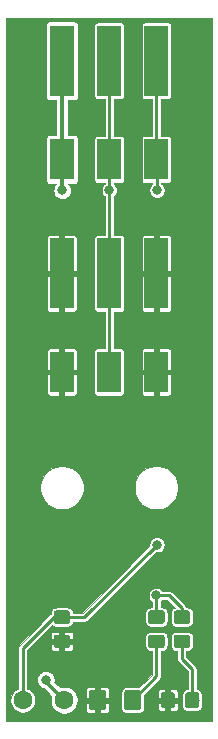
<source format=gbr>
G04 #@! TF.GenerationSoftware,KiCad,Pcbnew,(5.1.5-0-10_14)*
G04 #@! TF.CreationDate,2020-03-08T20:48:31+01:00*
G04 #@! TF.ProjectId,sensorHead,73656e73-6f72-4486-9561-642e6b696361,rev?*
G04 #@! TF.SameCoordinates,Original*
G04 #@! TF.FileFunction,Copper,L1,Top*
G04 #@! TF.FilePolarity,Positive*
%FSLAX46Y46*%
G04 Gerber Fmt 4.6, Leading zero omitted, Abs format (unit mm)*
G04 Created by KiCad (PCBNEW (5.1.5-0-10_14)) date 2020-03-08 20:48:31*
%MOMM*%
%LPD*%
G04 APERTURE LIST*
%ADD10C,1.600000*%
%ADD11C,0.100000*%
%ADD12R,2.000000X3.500000*%
%ADD13R,2.000000X6.000000*%
%ADD14C,0.800000*%
%ADD15C,0.250000*%
%ADD16C,0.300000*%
G04 APERTURE END LIST*
D10*
X51694200Y-108000000D03*
X55194200Y-108000000D03*
G04 #@! TA.AperFunction,SMDPad,CuDef*
D11*
G36*
X63473866Y-102451204D02*
G01*
X63498134Y-102454804D01*
X63521933Y-102460765D01*
X63545032Y-102469030D01*
X63567211Y-102479520D01*
X63588254Y-102492132D01*
X63607960Y-102506747D01*
X63626138Y-102523223D01*
X63642614Y-102541401D01*
X63657229Y-102561107D01*
X63669841Y-102582150D01*
X63680331Y-102604329D01*
X63688596Y-102627428D01*
X63694557Y-102651227D01*
X63698157Y-102675495D01*
X63699361Y-102699999D01*
X63699361Y-103350001D01*
X63698157Y-103374505D01*
X63694557Y-103398773D01*
X63688596Y-103422572D01*
X63680331Y-103445671D01*
X63669841Y-103467850D01*
X63657229Y-103488893D01*
X63642614Y-103508599D01*
X63626138Y-103526777D01*
X63607960Y-103543253D01*
X63588254Y-103557868D01*
X63567211Y-103570480D01*
X63545032Y-103580970D01*
X63521933Y-103589235D01*
X63498134Y-103595196D01*
X63473866Y-103598796D01*
X63449362Y-103600000D01*
X62549360Y-103600000D01*
X62524856Y-103598796D01*
X62500588Y-103595196D01*
X62476789Y-103589235D01*
X62453690Y-103580970D01*
X62431511Y-103570480D01*
X62410468Y-103557868D01*
X62390762Y-103543253D01*
X62372584Y-103526777D01*
X62356108Y-103508599D01*
X62341493Y-103488893D01*
X62328881Y-103467850D01*
X62318391Y-103445671D01*
X62310126Y-103422572D01*
X62304165Y-103398773D01*
X62300565Y-103374505D01*
X62299361Y-103350001D01*
X62299361Y-102699999D01*
X62300565Y-102675495D01*
X62304165Y-102651227D01*
X62310126Y-102627428D01*
X62318391Y-102604329D01*
X62328881Y-102582150D01*
X62341493Y-102561107D01*
X62356108Y-102541401D01*
X62372584Y-102523223D01*
X62390762Y-102506747D01*
X62410468Y-102492132D01*
X62431511Y-102479520D01*
X62453690Y-102469030D01*
X62476789Y-102460765D01*
X62500588Y-102454804D01*
X62524856Y-102451204D01*
X62549360Y-102450000D01*
X63449362Y-102450000D01*
X63473866Y-102451204D01*
G37*
G04 #@! TD.AperFunction*
G04 #@! TA.AperFunction,SMDPad,CuDef*
G36*
X63473866Y-100401204D02*
G01*
X63498134Y-100404804D01*
X63521933Y-100410765D01*
X63545032Y-100419030D01*
X63567211Y-100429520D01*
X63588254Y-100442132D01*
X63607960Y-100456747D01*
X63626138Y-100473223D01*
X63642614Y-100491401D01*
X63657229Y-100511107D01*
X63669841Y-100532150D01*
X63680331Y-100554329D01*
X63688596Y-100577428D01*
X63694557Y-100601227D01*
X63698157Y-100625495D01*
X63699361Y-100649999D01*
X63699361Y-101300001D01*
X63698157Y-101324505D01*
X63694557Y-101348773D01*
X63688596Y-101372572D01*
X63680331Y-101395671D01*
X63669841Y-101417850D01*
X63657229Y-101438893D01*
X63642614Y-101458599D01*
X63626138Y-101476777D01*
X63607960Y-101493253D01*
X63588254Y-101507868D01*
X63567211Y-101520480D01*
X63545032Y-101530970D01*
X63521933Y-101539235D01*
X63498134Y-101545196D01*
X63473866Y-101548796D01*
X63449362Y-101550000D01*
X62549360Y-101550000D01*
X62524856Y-101548796D01*
X62500588Y-101545196D01*
X62476789Y-101539235D01*
X62453690Y-101530970D01*
X62431511Y-101520480D01*
X62410468Y-101507868D01*
X62390762Y-101493253D01*
X62372584Y-101476777D01*
X62356108Y-101458599D01*
X62341493Y-101438893D01*
X62328881Y-101417850D01*
X62318391Y-101395671D01*
X62310126Y-101372572D01*
X62304165Y-101348773D01*
X62300565Y-101324505D01*
X62299361Y-101300001D01*
X62299361Y-100649999D01*
X62300565Y-100625495D01*
X62304165Y-100601227D01*
X62310126Y-100577428D01*
X62318391Y-100554329D01*
X62328881Y-100532150D01*
X62341493Y-100511107D01*
X62356108Y-100491401D01*
X62372584Y-100473223D01*
X62390762Y-100456747D01*
X62410468Y-100442132D01*
X62431511Y-100429520D01*
X62453690Y-100419030D01*
X62476789Y-100410765D01*
X62500588Y-100404804D01*
X62524856Y-100401204D01*
X62549360Y-100400000D01*
X63449362Y-100400000D01*
X63473866Y-100401204D01*
G37*
G04 #@! TD.AperFunction*
D12*
X54999361Y-80225000D03*
D13*
X54999361Y-71875000D03*
X62999361Y-71875000D03*
D12*
X62999361Y-80225000D03*
D13*
X54999361Y-53875000D03*
D12*
X54999361Y-62225000D03*
X58999361Y-62225000D03*
D13*
X58999361Y-53875000D03*
D12*
X62999361Y-62225000D03*
D13*
X62999361Y-53875000D03*
D12*
X58999361Y-80225000D03*
D13*
X58999361Y-71875000D03*
G04 #@! TA.AperFunction,SMDPad,CuDef*
D11*
G36*
X58499504Y-107126204D02*
G01*
X58523773Y-107129804D01*
X58547571Y-107135765D01*
X58570671Y-107144030D01*
X58592849Y-107154520D01*
X58613893Y-107167133D01*
X58633598Y-107181747D01*
X58651777Y-107198223D01*
X58668253Y-107216402D01*
X58682867Y-107236107D01*
X58695480Y-107257151D01*
X58705970Y-107279329D01*
X58714235Y-107302429D01*
X58720196Y-107326227D01*
X58723796Y-107350496D01*
X58725000Y-107375000D01*
X58725000Y-108625000D01*
X58723796Y-108649504D01*
X58720196Y-108673773D01*
X58714235Y-108697571D01*
X58705970Y-108720671D01*
X58695480Y-108742849D01*
X58682867Y-108763893D01*
X58668253Y-108783598D01*
X58651777Y-108801777D01*
X58633598Y-108818253D01*
X58613893Y-108832867D01*
X58592849Y-108845480D01*
X58570671Y-108855970D01*
X58547571Y-108864235D01*
X58523773Y-108870196D01*
X58499504Y-108873796D01*
X58475000Y-108875000D01*
X57550000Y-108875000D01*
X57525496Y-108873796D01*
X57501227Y-108870196D01*
X57477429Y-108864235D01*
X57454329Y-108855970D01*
X57432151Y-108845480D01*
X57411107Y-108832867D01*
X57391402Y-108818253D01*
X57373223Y-108801777D01*
X57356747Y-108783598D01*
X57342133Y-108763893D01*
X57329520Y-108742849D01*
X57319030Y-108720671D01*
X57310765Y-108697571D01*
X57304804Y-108673773D01*
X57301204Y-108649504D01*
X57300000Y-108625000D01*
X57300000Y-107375000D01*
X57301204Y-107350496D01*
X57304804Y-107326227D01*
X57310765Y-107302429D01*
X57319030Y-107279329D01*
X57329520Y-107257151D01*
X57342133Y-107236107D01*
X57356747Y-107216402D01*
X57373223Y-107198223D01*
X57391402Y-107181747D01*
X57411107Y-107167133D01*
X57432151Y-107154520D01*
X57454329Y-107144030D01*
X57477429Y-107135765D01*
X57501227Y-107129804D01*
X57525496Y-107126204D01*
X57550000Y-107125000D01*
X58475000Y-107125000D01*
X58499504Y-107126204D01*
G37*
G04 #@! TD.AperFunction*
G04 #@! TA.AperFunction,SMDPad,CuDef*
G36*
X61474504Y-107126204D02*
G01*
X61498773Y-107129804D01*
X61522571Y-107135765D01*
X61545671Y-107144030D01*
X61567849Y-107154520D01*
X61588893Y-107167133D01*
X61608598Y-107181747D01*
X61626777Y-107198223D01*
X61643253Y-107216402D01*
X61657867Y-107236107D01*
X61670480Y-107257151D01*
X61680970Y-107279329D01*
X61689235Y-107302429D01*
X61695196Y-107326227D01*
X61698796Y-107350496D01*
X61700000Y-107375000D01*
X61700000Y-108625000D01*
X61698796Y-108649504D01*
X61695196Y-108673773D01*
X61689235Y-108697571D01*
X61680970Y-108720671D01*
X61670480Y-108742849D01*
X61657867Y-108763893D01*
X61643253Y-108783598D01*
X61626777Y-108801777D01*
X61608598Y-108818253D01*
X61588893Y-108832867D01*
X61567849Y-108845480D01*
X61545671Y-108855970D01*
X61522571Y-108864235D01*
X61498773Y-108870196D01*
X61474504Y-108873796D01*
X61450000Y-108875000D01*
X60525000Y-108875000D01*
X60500496Y-108873796D01*
X60476227Y-108870196D01*
X60452429Y-108864235D01*
X60429329Y-108855970D01*
X60407151Y-108845480D01*
X60386107Y-108832867D01*
X60366402Y-108818253D01*
X60348223Y-108801777D01*
X60331747Y-108783598D01*
X60317133Y-108763893D01*
X60304520Y-108742849D01*
X60294030Y-108720671D01*
X60285765Y-108697571D01*
X60279804Y-108673773D01*
X60276204Y-108649504D01*
X60275000Y-108625000D01*
X60275000Y-107375000D01*
X60276204Y-107350496D01*
X60279804Y-107326227D01*
X60285765Y-107302429D01*
X60294030Y-107279329D01*
X60304520Y-107257151D01*
X60317133Y-107236107D01*
X60331747Y-107216402D01*
X60348223Y-107198223D01*
X60366402Y-107181747D01*
X60386107Y-107167133D01*
X60407151Y-107154520D01*
X60429329Y-107144030D01*
X60452429Y-107135765D01*
X60476227Y-107129804D01*
X60500496Y-107126204D01*
X60525000Y-107125000D01*
X61450000Y-107125000D01*
X61474504Y-107126204D01*
G37*
G04 #@! TD.AperFunction*
G04 #@! TA.AperFunction,SMDPad,CuDef*
G36*
X65625505Y-100401204D02*
G01*
X65649773Y-100404804D01*
X65673572Y-100410765D01*
X65696671Y-100419030D01*
X65718850Y-100429520D01*
X65739893Y-100442132D01*
X65759599Y-100456747D01*
X65777777Y-100473223D01*
X65794253Y-100491401D01*
X65808868Y-100511107D01*
X65821480Y-100532150D01*
X65831970Y-100554329D01*
X65840235Y-100577428D01*
X65846196Y-100601227D01*
X65849796Y-100625495D01*
X65851000Y-100649999D01*
X65851000Y-101300001D01*
X65849796Y-101324505D01*
X65846196Y-101348773D01*
X65840235Y-101372572D01*
X65831970Y-101395671D01*
X65821480Y-101417850D01*
X65808868Y-101438893D01*
X65794253Y-101458599D01*
X65777777Y-101476777D01*
X65759599Y-101493253D01*
X65739893Y-101507868D01*
X65718850Y-101520480D01*
X65696671Y-101530970D01*
X65673572Y-101539235D01*
X65649773Y-101545196D01*
X65625505Y-101548796D01*
X65601001Y-101550000D01*
X64700999Y-101550000D01*
X64676495Y-101548796D01*
X64652227Y-101545196D01*
X64628428Y-101539235D01*
X64605329Y-101530970D01*
X64583150Y-101520480D01*
X64562107Y-101507868D01*
X64542401Y-101493253D01*
X64524223Y-101476777D01*
X64507747Y-101458599D01*
X64493132Y-101438893D01*
X64480520Y-101417850D01*
X64470030Y-101395671D01*
X64461765Y-101372572D01*
X64455804Y-101348773D01*
X64452204Y-101324505D01*
X64451000Y-101300001D01*
X64451000Y-100649999D01*
X64452204Y-100625495D01*
X64455804Y-100601227D01*
X64461765Y-100577428D01*
X64470030Y-100554329D01*
X64480520Y-100532150D01*
X64493132Y-100511107D01*
X64507747Y-100491401D01*
X64524223Y-100473223D01*
X64542401Y-100456747D01*
X64562107Y-100442132D01*
X64583150Y-100429520D01*
X64605329Y-100419030D01*
X64628428Y-100410765D01*
X64652227Y-100404804D01*
X64676495Y-100401204D01*
X64700999Y-100400000D01*
X65601001Y-100400000D01*
X65625505Y-100401204D01*
G37*
G04 #@! TD.AperFunction*
G04 #@! TA.AperFunction,SMDPad,CuDef*
G36*
X65625505Y-102451204D02*
G01*
X65649773Y-102454804D01*
X65673572Y-102460765D01*
X65696671Y-102469030D01*
X65718850Y-102479520D01*
X65739893Y-102492132D01*
X65759599Y-102506747D01*
X65777777Y-102523223D01*
X65794253Y-102541401D01*
X65808868Y-102561107D01*
X65821480Y-102582150D01*
X65831970Y-102604329D01*
X65840235Y-102627428D01*
X65846196Y-102651227D01*
X65849796Y-102675495D01*
X65851000Y-102699999D01*
X65851000Y-103350001D01*
X65849796Y-103374505D01*
X65846196Y-103398773D01*
X65840235Y-103422572D01*
X65831970Y-103445671D01*
X65821480Y-103467850D01*
X65808868Y-103488893D01*
X65794253Y-103508599D01*
X65777777Y-103526777D01*
X65759599Y-103543253D01*
X65739893Y-103557868D01*
X65718850Y-103570480D01*
X65696671Y-103580970D01*
X65673572Y-103589235D01*
X65649773Y-103595196D01*
X65625505Y-103598796D01*
X65601001Y-103600000D01*
X64700999Y-103600000D01*
X64676495Y-103598796D01*
X64652227Y-103595196D01*
X64628428Y-103589235D01*
X64605329Y-103580970D01*
X64583150Y-103570480D01*
X64562107Y-103557868D01*
X64542401Y-103543253D01*
X64524223Y-103526777D01*
X64507747Y-103508599D01*
X64493132Y-103488893D01*
X64480520Y-103467850D01*
X64470030Y-103445671D01*
X64461765Y-103422572D01*
X64455804Y-103398773D01*
X64452204Y-103374505D01*
X64451000Y-103350001D01*
X64451000Y-102699999D01*
X64452204Y-102675495D01*
X64455804Y-102651227D01*
X64461765Y-102627428D01*
X64470030Y-102604329D01*
X64480520Y-102582150D01*
X64493132Y-102561107D01*
X64507747Y-102541401D01*
X64524223Y-102523223D01*
X64542401Y-102506747D01*
X64562107Y-102492132D01*
X64583150Y-102479520D01*
X64605329Y-102469030D01*
X64628428Y-102460765D01*
X64652227Y-102454804D01*
X64676495Y-102451204D01*
X64700999Y-102450000D01*
X65601001Y-102450000D01*
X65625505Y-102451204D01*
G37*
G04 #@! TD.AperFunction*
G04 #@! TA.AperFunction,SMDPad,CuDef*
G36*
X55473866Y-102451204D02*
G01*
X55498134Y-102454804D01*
X55521933Y-102460765D01*
X55545032Y-102469030D01*
X55567211Y-102479520D01*
X55588254Y-102492132D01*
X55607960Y-102506747D01*
X55626138Y-102523223D01*
X55642614Y-102541401D01*
X55657229Y-102561107D01*
X55669841Y-102582150D01*
X55680331Y-102604329D01*
X55688596Y-102627428D01*
X55694557Y-102651227D01*
X55698157Y-102675495D01*
X55699361Y-102699999D01*
X55699361Y-103350001D01*
X55698157Y-103374505D01*
X55694557Y-103398773D01*
X55688596Y-103422572D01*
X55680331Y-103445671D01*
X55669841Y-103467850D01*
X55657229Y-103488893D01*
X55642614Y-103508599D01*
X55626138Y-103526777D01*
X55607960Y-103543253D01*
X55588254Y-103557868D01*
X55567211Y-103570480D01*
X55545032Y-103580970D01*
X55521933Y-103589235D01*
X55498134Y-103595196D01*
X55473866Y-103598796D01*
X55449362Y-103600000D01*
X54549360Y-103600000D01*
X54524856Y-103598796D01*
X54500588Y-103595196D01*
X54476789Y-103589235D01*
X54453690Y-103580970D01*
X54431511Y-103570480D01*
X54410468Y-103557868D01*
X54390762Y-103543253D01*
X54372584Y-103526777D01*
X54356108Y-103508599D01*
X54341493Y-103488893D01*
X54328881Y-103467850D01*
X54318391Y-103445671D01*
X54310126Y-103422572D01*
X54304165Y-103398773D01*
X54300565Y-103374505D01*
X54299361Y-103350001D01*
X54299361Y-102699999D01*
X54300565Y-102675495D01*
X54304165Y-102651227D01*
X54310126Y-102627428D01*
X54318391Y-102604329D01*
X54328881Y-102582150D01*
X54341493Y-102561107D01*
X54356108Y-102541401D01*
X54372584Y-102523223D01*
X54390762Y-102506747D01*
X54410468Y-102492132D01*
X54431511Y-102479520D01*
X54453690Y-102469030D01*
X54476789Y-102460765D01*
X54500588Y-102454804D01*
X54524856Y-102451204D01*
X54549360Y-102450000D01*
X55449362Y-102450000D01*
X55473866Y-102451204D01*
G37*
G04 #@! TD.AperFunction*
G04 #@! TA.AperFunction,SMDPad,CuDef*
G36*
X55473866Y-100401204D02*
G01*
X55498134Y-100404804D01*
X55521933Y-100410765D01*
X55545032Y-100419030D01*
X55567211Y-100429520D01*
X55588254Y-100442132D01*
X55607960Y-100456747D01*
X55626138Y-100473223D01*
X55642614Y-100491401D01*
X55657229Y-100511107D01*
X55669841Y-100532150D01*
X55680331Y-100554329D01*
X55688596Y-100577428D01*
X55694557Y-100601227D01*
X55698157Y-100625495D01*
X55699361Y-100649999D01*
X55699361Y-101300001D01*
X55698157Y-101324505D01*
X55694557Y-101348773D01*
X55688596Y-101372572D01*
X55680331Y-101395671D01*
X55669841Y-101417850D01*
X55657229Y-101438893D01*
X55642614Y-101458599D01*
X55626138Y-101476777D01*
X55607960Y-101493253D01*
X55588254Y-101507868D01*
X55567211Y-101520480D01*
X55545032Y-101530970D01*
X55521933Y-101539235D01*
X55498134Y-101545196D01*
X55473866Y-101548796D01*
X55449362Y-101550000D01*
X54549360Y-101550000D01*
X54524856Y-101548796D01*
X54500588Y-101545196D01*
X54476789Y-101539235D01*
X54453690Y-101530970D01*
X54431511Y-101520480D01*
X54410468Y-101507868D01*
X54390762Y-101493253D01*
X54372584Y-101476777D01*
X54356108Y-101458599D01*
X54341493Y-101438893D01*
X54328881Y-101417850D01*
X54318391Y-101395671D01*
X54310126Y-101372572D01*
X54304165Y-101348773D01*
X54300565Y-101324505D01*
X54299361Y-101300001D01*
X54299361Y-100649999D01*
X54300565Y-100625495D01*
X54304165Y-100601227D01*
X54310126Y-100577428D01*
X54318391Y-100554329D01*
X54328881Y-100532150D01*
X54341493Y-100511107D01*
X54356108Y-100491401D01*
X54372584Y-100473223D01*
X54390762Y-100456747D01*
X54410468Y-100442132D01*
X54431511Y-100429520D01*
X54453690Y-100419030D01*
X54476789Y-100410765D01*
X54500588Y-100404804D01*
X54524856Y-100401204D01*
X54549360Y-100400000D01*
X55449362Y-100400000D01*
X55473866Y-100401204D01*
G37*
G04 #@! TD.AperFunction*
G04 #@! TA.AperFunction,SMDPad,CuDef*
G36*
X64324505Y-107301204D02*
G01*
X64348773Y-107304804D01*
X64372572Y-107310765D01*
X64395671Y-107319030D01*
X64417850Y-107329520D01*
X64438893Y-107342132D01*
X64458599Y-107356747D01*
X64476777Y-107373223D01*
X64493253Y-107391401D01*
X64507868Y-107411107D01*
X64520480Y-107432150D01*
X64530970Y-107454329D01*
X64539235Y-107477428D01*
X64545196Y-107501227D01*
X64548796Y-107525495D01*
X64550000Y-107549999D01*
X64550000Y-108450001D01*
X64548796Y-108474505D01*
X64545196Y-108498773D01*
X64539235Y-108522572D01*
X64530970Y-108545671D01*
X64520480Y-108567850D01*
X64507868Y-108588893D01*
X64493253Y-108608599D01*
X64476777Y-108626777D01*
X64458599Y-108643253D01*
X64438893Y-108657868D01*
X64417850Y-108670480D01*
X64395671Y-108680970D01*
X64372572Y-108689235D01*
X64348773Y-108695196D01*
X64324505Y-108698796D01*
X64300001Y-108700000D01*
X63649999Y-108700000D01*
X63625495Y-108698796D01*
X63601227Y-108695196D01*
X63577428Y-108689235D01*
X63554329Y-108680970D01*
X63532150Y-108670480D01*
X63511107Y-108657868D01*
X63491401Y-108643253D01*
X63473223Y-108626777D01*
X63456747Y-108608599D01*
X63442132Y-108588893D01*
X63429520Y-108567850D01*
X63419030Y-108545671D01*
X63410765Y-108522572D01*
X63404804Y-108498773D01*
X63401204Y-108474505D01*
X63400000Y-108450001D01*
X63400000Y-107549999D01*
X63401204Y-107525495D01*
X63404804Y-107501227D01*
X63410765Y-107477428D01*
X63419030Y-107454329D01*
X63429520Y-107432150D01*
X63442132Y-107411107D01*
X63456747Y-107391401D01*
X63473223Y-107373223D01*
X63491401Y-107356747D01*
X63511107Y-107342132D01*
X63532150Y-107329520D01*
X63554329Y-107319030D01*
X63577428Y-107310765D01*
X63601227Y-107304804D01*
X63625495Y-107301204D01*
X63649999Y-107300000D01*
X64300001Y-107300000D01*
X64324505Y-107301204D01*
G37*
G04 #@! TD.AperFunction*
G04 #@! TA.AperFunction,SMDPad,CuDef*
G36*
X66374505Y-107301204D02*
G01*
X66398773Y-107304804D01*
X66422572Y-107310765D01*
X66445671Y-107319030D01*
X66467850Y-107329520D01*
X66488893Y-107342132D01*
X66508599Y-107356747D01*
X66526777Y-107373223D01*
X66543253Y-107391401D01*
X66557868Y-107411107D01*
X66570480Y-107432150D01*
X66580970Y-107454329D01*
X66589235Y-107477428D01*
X66595196Y-107501227D01*
X66598796Y-107525495D01*
X66600000Y-107549999D01*
X66600000Y-108450001D01*
X66598796Y-108474505D01*
X66595196Y-108498773D01*
X66589235Y-108522572D01*
X66580970Y-108545671D01*
X66570480Y-108567850D01*
X66557868Y-108588893D01*
X66543253Y-108608599D01*
X66526777Y-108626777D01*
X66508599Y-108643253D01*
X66488893Y-108657868D01*
X66467850Y-108670480D01*
X66445671Y-108680970D01*
X66422572Y-108689235D01*
X66398773Y-108695196D01*
X66374505Y-108698796D01*
X66350001Y-108700000D01*
X65699999Y-108700000D01*
X65675495Y-108698796D01*
X65651227Y-108695196D01*
X65627428Y-108689235D01*
X65604329Y-108680970D01*
X65582150Y-108670480D01*
X65561107Y-108657868D01*
X65541401Y-108643253D01*
X65523223Y-108626777D01*
X65506747Y-108608599D01*
X65492132Y-108588893D01*
X65479520Y-108567850D01*
X65469030Y-108545671D01*
X65460765Y-108522572D01*
X65454804Y-108498773D01*
X65451204Y-108474505D01*
X65450000Y-108450001D01*
X65450000Y-107549999D01*
X65451204Y-107525495D01*
X65454804Y-107501227D01*
X65460765Y-107477428D01*
X65469030Y-107454329D01*
X65479520Y-107432150D01*
X65492132Y-107411107D01*
X65506747Y-107391401D01*
X65523223Y-107373223D01*
X65541401Y-107356747D01*
X65561107Y-107342132D01*
X65582150Y-107329520D01*
X65604329Y-107319030D01*
X65627428Y-107310765D01*
X65651227Y-107304804D01*
X65675495Y-107301204D01*
X65699999Y-107300000D01*
X66350001Y-107300000D01*
X66374505Y-107301204D01*
G37*
G04 #@! TD.AperFunction*
D14*
X53644800Y-106273600D03*
X55016400Y-64846200D03*
X63042800Y-94843600D03*
X63042800Y-64820800D03*
X62992000Y-99136200D03*
X59004200Y-64820800D03*
D15*
X62999361Y-105988139D02*
X60987500Y-108000000D01*
X62999361Y-103025000D02*
X62999361Y-105988139D01*
D16*
X55016400Y-60642039D02*
X54999361Y-60625000D01*
X54999361Y-62225000D02*
X54999361Y-62120039D01*
X55016400Y-62137078D02*
X55016400Y-64846200D01*
X54999361Y-62120039D02*
X55016400Y-62137078D01*
X54999361Y-60175000D02*
X54999361Y-53875000D01*
X54999361Y-62225000D02*
X54999361Y-60175000D01*
X53644800Y-106450600D02*
X55194200Y-108000000D01*
X53644800Y-106273600D02*
X53644800Y-106450600D01*
D15*
X56911400Y-100975000D02*
X54999361Y-100975000D01*
X63042800Y-94843600D02*
X56911400Y-100975000D01*
X63042800Y-60668439D02*
X62999361Y-60625000D01*
X62999361Y-62225000D02*
X62999361Y-62578239D01*
X63042800Y-62268439D02*
X62999361Y-62225000D01*
X63042800Y-64820800D02*
X63042800Y-62268439D01*
X62999361Y-62225000D02*
X62999361Y-53875000D01*
X51694200Y-107453630D02*
X51694200Y-108585000D01*
X54299361Y-100975000D02*
X51694200Y-103580161D01*
X54999361Y-100975000D02*
X54299361Y-100975000D01*
X51694200Y-103580161D02*
X51694200Y-108000000D01*
X62839600Y-100815239D02*
X62999361Y-100975000D01*
X62999361Y-99143561D02*
X62992000Y-99136200D01*
X62999361Y-100975000D02*
X62999361Y-99143561D01*
X59004200Y-60629839D02*
X58999361Y-60625000D01*
X58999361Y-64815961D02*
X59004200Y-64820800D01*
X58999361Y-62225000D02*
X58999361Y-64815961D01*
X59004200Y-70770161D02*
X58999361Y-70775000D01*
X58999361Y-64825639D02*
X59004200Y-64820800D01*
X58999361Y-71875000D02*
X58999361Y-64825639D01*
X58999361Y-80225000D02*
X58999361Y-71875000D01*
X58999361Y-62225000D02*
X58999361Y-53875000D01*
X62992000Y-99136200D02*
X64058800Y-99136200D01*
X65151000Y-100228400D02*
X65151000Y-100975000D01*
X64058800Y-99136200D02*
X65151000Y-100228400D01*
X65775000Y-108000000D02*
X66487500Y-108000000D01*
X66025000Y-107300000D02*
X66025000Y-108000000D01*
X65151000Y-103025000D02*
X65151000Y-104521000D01*
X66025000Y-105395000D02*
X66025000Y-108000000D01*
X65151000Y-104521000D02*
X66025000Y-105395000D01*
D11*
G36*
X67748723Y-79987938D02*
G01*
X67748722Y-79987948D01*
X67748723Y-109750444D01*
X50250000Y-109750444D01*
X50250000Y-107896584D01*
X50644200Y-107896584D01*
X50644200Y-108103416D01*
X50684550Y-108306274D01*
X50763702Y-108497362D01*
X50878611Y-108669336D01*
X51024864Y-108815589D01*
X51196838Y-108930498D01*
X51387926Y-109009650D01*
X51590784Y-109050000D01*
X51797616Y-109050000D01*
X52000474Y-109009650D01*
X52191562Y-108930498D01*
X52363536Y-108815589D01*
X52509789Y-108669336D01*
X52624698Y-108497362D01*
X52703850Y-108306274D01*
X52744200Y-108103416D01*
X52744200Y-107896584D01*
X52703850Y-107693726D01*
X52624698Y-107502638D01*
X52509789Y-107330664D01*
X52363536Y-107184411D01*
X52191562Y-107069502D01*
X52069200Y-107018818D01*
X52069200Y-106199731D01*
X52894800Y-106199731D01*
X52894800Y-106347469D01*
X52923622Y-106492367D01*
X52980159Y-106628858D01*
X53062237Y-106751697D01*
X53166703Y-106856163D01*
X53289542Y-106938241D01*
X53426033Y-106994778D01*
X53495738Y-107008643D01*
X54106922Y-107619828D01*
X54088394Y-107664557D01*
X54044200Y-107886735D01*
X54044200Y-108113265D01*
X54088394Y-108335443D01*
X54175084Y-108544729D01*
X54300937Y-108733082D01*
X54461118Y-108893263D01*
X54649471Y-109019116D01*
X54858757Y-109105806D01*
X55080935Y-109150000D01*
X55307465Y-109150000D01*
X55529643Y-109105806D01*
X55738929Y-109019116D01*
X55927282Y-108893263D01*
X55945545Y-108875000D01*
X57048790Y-108875000D01*
X57053617Y-108924009D01*
X57067912Y-108971134D01*
X57091127Y-109014565D01*
X57122368Y-109052632D01*
X57160435Y-109083873D01*
X57203866Y-109107088D01*
X57250991Y-109121383D01*
X57300000Y-109126210D01*
X57746000Y-109125000D01*
X57808500Y-109062500D01*
X57808500Y-108204000D01*
X58216500Y-108204000D01*
X58216500Y-109062500D01*
X58279000Y-109125000D01*
X58725000Y-109126210D01*
X58774009Y-109121383D01*
X58821134Y-109107088D01*
X58864565Y-109083873D01*
X58902632Y-109052632D01*
X58933873Y-109014565D01*
X58957088Y-108971134D01*
X58971383Y-108924009D01*
X58976210Y-108875000D01*
X58975000Y-108266500D01*
X58912500Y-108204000D01*
X58216500Y-108204000D01*
X57808500Y-108204000D01*
X57112500Y-108204000D01*
X57050000Y-108266500D01*
X57048790Y-108875000D01*
X55945545Y-108875000D01*
X56087463Y-108733082D01*
X56213316Y-108544729D01*
X56300006Y-108335443D01*
X56344200Y-108113265D01*
X56344200Y-107886735D01*
X56300006Y-107664557D01*
X56213316Y-107455271D01*
X56087463Y-107266918D01*
X55945545Y-107125000D01*
X57048790Y-107125000D01*
X57050000Y-107733500D01*
X57112500Y-107796000D01*
X57808500Y-107796000D01*
X57808500Y-106937500D01*
X58216500Y-106937500D01*
X58216500Y-107796000D01*
X58912500Y-107796000D01*
X58975000Y-107733500D01*
X58975712Y-107375000D01*
X60023791Y-107375000D01*
X60023791Y-108625000D01*
X60033422Y-108722781D01*
X60061943Y-108816804D01*
X60108260Y-108903457D01*
X60170592Y-108979408D01*
X60246543Y-109041740D01*
X60333196Y-109088057D01*
X60427219Y-109116578D01*
X60525000Y-109126209D01*
X61450000Y-109126209D01*
X61547781Y-109116578D01*
X61641804Y-109088057D01*
X61728457Y-109041740D01*
X61804408Y-108979408D01*
X61866740Y-108903457D01*
X61913057Y-108816804D01*
X61941578Y-108722781D01*
X61943821Y-108700000D01*
X63148790Y-108700000D01*
X63153617Y-108749009D01*
X63167912Y-108796134D01*
X63191127Y-108839565D01*
X63222368Y-108877632D01*
X63260435Y-108908873D01*
X63303866Y-108932088D01*
X63350991Y-108946383D01*
X63400000Y-108951210D01*
X63708500Y-108950000D01*
X63771000Y-108887500D01*
X63771000Y-108204000D01*
X64179000Y-108204000D01*
X64179000Y-108887500D01*
X64241500Y-108950000D01*
X64550000Y-108951210D01*
X64599009Y-108946383D01*
X64646134Y-108932088D01*
X64689565Y-108908873D01*
X64727632Y-108877632D01*
X64758873Y-108839565D01*
X64782088Y-108796134D01*
X64796383Y-108749009D01*
X64801210Y-108700000D01*
X64800000Y-108266500D01*
X64737500Y-108204000D01*
X64179000Y-108204000D01*
X63771000Y-108204000D01*
X63212500Y-108204000D01*
X63150000Y-108266500D01*
X63148790Y-108700000D01*
X61943821Y-108700000D01*
X61951209Y-108625000D01*
X61951209Y-107566620D01*
X62217829Y-107300000D01*
X63148790Y-107300000D01*
X63150000Y-107733500D01*
X63212500Y-107796000D01*
X63771000Y-107796000D01*
X63771000Y-107112500D01*
X64179000Y-107112500D01*
X64179000Y-107796000D01*
X64737500Y-107796000D01*
X64800000Y-107733500D01*
X64801210Y-107300000D01*
X64796383Y-107250991D01*
X64782088Y-107203866D01*
X64758873Y-107160435D01*
X64727632Y-107122368D01*
X64689565Y-107091127D01*
X64646134Y-107067912D01*
X64599009Y-107053617D01*
X64550000Y-107048790D01*
X64241500Y-107050000D01*
X64179000Y-107112500D01*
X63771000Y-107112500D01*
X63708500Y-107050000D01*
X63400000Y-107048790D01*
X63350991Y-107053617D01*
X63303866Y-107067912D01*
X63260435Y-107091127D01*
X63222368Y-107122368D01*
X63191127Y-107160435D01*
X63167912Y-107203866D01*
X63153617Y-107250991D01*
X63148790Y-107300000D01*
X62217829Y-107300000D01*
X63251500Y-106266330D01*
X63265809Y-106254587D01*
X63312670Y-106197486D01*
X63347492Y-106132339D01*
X63368935Y-106061652D01*
X63374361Y-106006558D01*
X63374361Y-106006556D01*
X63376175Y-105988140D01*
X63374361Y-105969724D01*
X63374361Y-103851209D01*
X63449362Y-103851209D01*
X63547143Y-103841578D01*
X63641166Y-103813057D01*
X63727818Y-103766740D01*
X63803770Y-103704409D01*
X63866101Y-103628457D01*
X63912418Y-103541805D01*
X63940939Y-103447782D01*
X63950570Y-103350001D01*
X63950570Y-102699999D01*
X64199791Y-102699999D01*
X64199791Y-103350001D01*
X64209422Y-103447782D01*
X64237943Y-103541805D01*
X64284260Y-103628457D01*
X64346591Y-103704409D01*
X64422543Y-103766740D01*
X64509195Y-103813057D01*
X64603218Y-103841578D01*
X64700999Y-103851209D01*
X64776001Y-103851209D01*
X64776001Y-104502574D01*
X64774186Y-104521000D01*
X64780767Y-104587813D01*
X64781427Y-104594513D01*
X64802870Y-104665200D01*
X64837692Y-104730347D01*
X64884553Y-104787448D01*
X64898862Y-104799191D01*
X65650000Y-105550330D01*
X65650001Y-107053716D01*
X65602218Y-107058422D01*
X65508195Y-107086943D01*
X65421543Y-107133260D01*
X65345591Y-107195591D01*
X65283260Y-107271543D01*
X65236943Y-107358195D01*
X65208422Y-107452218D01*
X65198791Y-107549999D01*
X65198791Y-108450001D01*
X65208422Y-108547782D01*
X65236943Y-108641805D01*
X65283260Y-108728457D01*
X65345591Y-108804409D01*
X65421543Y-108866740D01*
X65508195Y-108913057D01*
X65602218Y-108941578D01*
X65699999Y-108951209D01*
X66350001Y-108951209D01*
X66447782Y-108941578D01*
X66541805Y-108913057D01*
X66628457Y-108866740D01*
X66704409Y-108804409D01*
X66766740Y-108728457D01*
X66813057Y-108641805D01*
X66841578Y-108547782D01*
X66851209Y-108450001D01*
X66851209Y-108092847D01*
X66857074Y-108073513D01*
X66864314Y-108000000D01*
X66857074Y-107926487D01*
X66851209Y-107907153D01*
X66851209Y-107549999D01*
X66841578Y-107452218D01*
X66813057Y-107358195D01*
X66766740Y-107271543D01*
X66704409Y-107195591D01*
X66628457Y-107133260D01*
X66541805Y-107086943D01*
X66447782Y-107058422D01*
X66400000Y-107053716D01*
X66400000Y-105413416D01*
X66401814Y-105395000D01*
X66400000Y-105376581D01*
X66394574Y-105321487D01*
X66373131Y-105250800D01*
X66362070Y-105230107D01*
X66338310Y-105185653D01*
X66303189Y-105142859D01*
X66291448Y-105128552D01*
X66277140Y-105116810D01*
X65526000Y-104365671D01*
X65526000Y-103851209D01*
X65601001Y-103851209D01*
X65698782Y-103841578D01*
X65792805Y-103813057D01*
X65879457Y-103766740D01*
X65955409Y-103704409D01*
X66017740Y-103628457D01*
X66064057Y-103541805D01*
X66092578Y-103447782D01*
X66102209Y-103350001D01*
X66102209Y-102699999D01*
X66092578Y-102602218D01*
X66064057Y-102508195D01*
X66017740Y-102421543D01*
X65955409Y-102345591D01*
X65879457Y-102283260D01*
X65792805Y-102236943D01*
X65698782Y-102208422D01*
X65601001Y-102198791D01*
X64700999Y-102198791D01*
X64603218Y-102208422D01*
X64509195Y-102236943D01*
X64422543Y-102283260D01*
X64346591Y-102345591D01*
X64284260Y-102421543D01*
X64237943Y-102508195D01*
X64209422Y-102602218D01*
X64199791Y-102699999D01*
X63950570Y-102699999D01*
X63940939Y-102602218D01*
X63912418Y-102508195D01*
X63866101Y-102421543D01*
X63803770Y-102345591D01*
X63727818Y-102283260D01*
X63641166Y-102236943D01*
X63547143Y-102208422D01*
X63449362Y-102198791D01*
X62549360Y-102198791D01*
X62451579Y-102208422D01*
X62357556Y-102236943D01*
X62270904Y-102283260D01*
X62194952Y-102345591D01*
X62132621Y-102421543D01*
X62086304Y-102508195D01*
X62057783Y-102602218D01*
X62048152Y-102699999D01*
X62048152Y-103350001D01*
X62057783Y-103447782D01*
X62086304Y-103541805D01*
X62132621Y-103628457D01*
X62194952Y-103704409D01*
X62270904Y-103766740D01*
X62357556Y-103813057D01*
X62451579Y-103841578D01*
X62549360Y-103851209D01*
X62624361Y-103851209D01*
X62624362Y-105832808D01*
X61567705Y-106889466D01*
X61547781Y-106883422D01*
X61450000Y-106873791D01*
X60525000Y-106873791D01*
X60427219Y-106883422D01*
X60333196Y-106911943D01*
X60246543Y-106958260D01*
X60170592Y-107020592D01*
X60108260Y-107096543D01*
X60061943Y-107183196D01*
X60033422Y-107277219D01*
X60023791Y-107375000D01*
X58975712Y-107375000D01*
X58976210Y-107125000D01*
X58971383Y-107075991D01*
X58957088Y-107028866D01*
X58933873Y-106985435D01*
X58902632Y-106947368D01*
X58864565Y-106916127D01*
X58821134Y-106892912D01*
X58774009Y-106878617D01*
X58725000Y-106873790D01*
X58279000Y-106875000D01*
X58216500Y-106937500D01*
X57808500Y-106937500D01*
X57746000Y-106875000D01*
X57300000Y-106873790D01*
X57250991Y-106878617D01*
X57203866Y-106892912D01*
X57160435Y-106916127D01*
X57122368Y-106947368D01*
X57091127Y-106985435D01*
X57067912Y-107028866D01*
X57053617Y-107075991D01*
X57048790Y-107125000D01*
X55945545Y-107125000D01*
X55927282Y-107106737D01*
X55738929Y-106980884D01*
X55529643Y-106894194D01*
X55307465Y-106850000D01*
X55080935Y-106850000D01*
X54858757Y-106894194D01*
X54814028Y-106912722D01*
X54370573Y-106469267D01*
X54394800Y-106347469D01*
X54394800Y-106199731D01*
X54365978Y-106054833D01*
X54309441Y-105918342D01*
X54227363Y-105795503D01*
X54122897Y-105691037D01*
X54000058Y-105608959D01*
X53863567Y-105552422D01*
X53718669Y-105523600D01*
X53570931Y-105523600D01*
X53426033Y-105552422D01*
X53289542Y-105608959D01*
X53166703Y-105691037D01*
X53062237Y-105795503D01*
X52980159Y-105918342D01*
X52923622Y-106054833D01*
X52894800Y-106199731D01*
X52069200Y-106199731D01*
X52069200Y-103735490D01*
X52204690Y-103600000D01*
X54048151Y-103600000D01*
X54052978Y-103649009D01*
X54067273Y-103696134D01*
X54090488Y-103739565D01*
X54121729Y-103777632D01*
X54159796Y-103808873D01*
X54203227Y-103832088D01*
X54250352Y-103846383D01*
X54299361Y-103851210D01*
X54732861Y-103850000D01*
X54795361Y-103787500D01*
X54795361Y-103229000D01*
X55203361Y-103229000D01*
X55203361Y-103787500D01*
X55265861Y-103850000D01*
X55699361Y-103851210D01*
X55748370Y-103846383D01*
X55795495Y-103832088D01*
X55838926Y-103808873D01*
X55876993Y-103777632D01*
X55908234Y-103739565D01*
X55931449Y-103696134D01*
X55945744Y-103649009D01*
X55950571Y-103600000D01*
X55949361Y-103291500D01*
X55886861Y-103229000D01*
X55203361Y-103229000D01*
X54795361Y-103229000D01*
X54111861Y-103229000D01*
X54049361Y-103291500D01*
X54048151Y-103600000D01*
X52204690Y-103600000D01*
X53354690Y-102450000D01*
X54048151Y-102450000D01*
X54049361Y-102758500D01*
X54111861Y-102821000D01*
X54795361Y-102821000D01*
X54795361Y-102262500D01*
X55203361Y-102262500D01*
X55203361Y-102821000D01*
X55886861Y-102821000D01*
X55949361Y-102758500D01*
X55950571Y-102450000D01*
X55945744Y-102400991D01*
X55931449Y-102353866D01*
X55908234Y-102310435D01*
X55876993Y-102272368D01*
X55838926Y-102241127D01*
X55795495Y-102217912D01*
X55748370Y-102203617D01*
X55699361Y-102198790D01*
X55265861Y-102200000D01*
X55203361Y-102262500D01*
X54795361Y-102262500D01*
X54732861Y-102200000D01*
X54299361Y-102198790D01*
X54250352Y-102203617D01*
X54203227Y-102217912D01*
X54159796Y-102241127D01*
X54121729Y-102272368D01*
X54090488Y-102310435D01*
X54067273Y-102353866D01*
X54052978Y-102400991D01*
X54048151Y-102450000D01*
X53354690Y-102450000D01*
X54174817Y-101629874D01*
X54194952Y-101654409D01*
X54270904Y-101716740D01*
X54357556Y-101763057D01*
X54451579Y-101791578D01*
X54549360Y-101801209D01*
X55449362Y-101801209D01*
X55547143Y-101791578D01*
X55641166Y-101763057D01*
X55727818Y-101716740D01*
X55803770Y-101654409D01*
X55866101Y-101578457D01*
X55912418Y-101491805D01*
X55940939Y-101397782D01*
X55945645Y-101350000D01*
X56892984Y-101350000D01*
X56911400Y-101351814D01*
X56929816Y-101350000D01*
X56929819Y-101350000D01*
X56984913Y-101344574D01*
X57055600Y-101323131D01*
X57120747Y-101288309D01*
X57177848Y-101241448D01*
X57189595Y-101227134D01*
X57766730Y-100649999D01*
X62048152Y-100649999D01*
X62048152Y-101300001D01*
X62057783Y-101397782D01*
X62086304Y-101491805D01*
X62132621Y-101578457D01*
X62194952Y-101654409D01*
X62270904Y-101716740D01*
X62357556Y-101763057D01*
X62451579Y-101791578D01*
X62549360Y-101801209D01*
X63449362Y-101801209D01*
X63547143Y-101791578D01*
X63641166Y-101763057D01*
X63727818Y-101716740D01*
X63803770Y-101654409D01*
X63866101Y-101578457D01*
X63912418Y-101491805D01*
X63940939Y-101397782D01*
X63950570Y-101300001D01*
X63950570Y-100649999D01*
X63940939Y-100552218D01*
X63912418Y-100458195D01*
X63866101Y-100371543D01*
X63803770Y-100295591D01*
X63727818Y-100233260D01*
X63641166Y-100186943D01*
X63547143Y-100158422D01*
X63449362Y-100148791D01*
X63374361Y-100148791D01*
X63374361Y-99662463D01*
X63406351Y-99641088D01*
X63496888Y-99550551D01*
X63523181Y-99511200D01*
X63903471Y-99511200D01*
X64562917Y-100170647D01*
X64509195Y-100186943D01*
X64422543Y-100233260D01*
X64346591Y-100295591D01*
X64284260Y-100371543D01*
X64237943Y-100458195D01*
X64209422Y-100552218D01*
X64199791Y-100649999D01*
X64199791Y-101300001D01*
X64209422Y-101397782D01*
X64237943Y-101491805D01*
X64284260Y-101578457D01*
X64346591Y-101654409D01*
X64422543Y-101716740D01*
X64509195Y-101763057D01*
X64603218Y-101791578D01*
X64700999Y-101801209D01*
X65601001Y-101801209D01*
X65698782Y-101791578D01*
X65792805Y-101763057D01*
X65879457Y-101716740D01*
X65955409Y-101654409D01*
X66017740Y-101578457D01*
X66064057Y-101491805D01*
X66092578Y-101397782D01*
X66102209Y-101300001D01*
X66102209Y-100649999D01*
X66092578Y-100552218D01*
X66064057Y-100458195D01*
X66017740Y-100371543D01*
X65955409Y-100295591D01*
X65879457Y-100233260D01*
X65792805Y-100186943D01*
X65698782Y-100158422D01*
X65601001Y-100148791D01*
X65518725Y-100148791D01*
X65499131Y-100084200D01*
X65464309Y-100019053D01*
X65417448Y-99961952D01*
X65403140Y-99950210D01*
X64336995Y-98884066D01*
X64325248Y-98869752D01*
X64268147Y-98822891D01*
X64203000Y-98788069D01*
X64132313Y-98766626D01*
X64077219Y-98761200D01*
X64077216Y-98761200D01*
X64058800Y-98759386D01*
X64040384Y-98761200D01*
X63523181Y-98761200D01*
X63496888Y-98721849D01*
X63406351Y-98631312D01*
X63299890Y-98560178D01*
X63181598Y-98511179D01*
X63056019Y-98486200D01*
X62927981Y-98486200D01*
X62802402Y-98511179D01*
X62684110Y-98560178D01*
X62577649Y-98631312D01*
X62487112Y-98721849D01*
X62415978Y-98828310D01*
X62366979Y-98946602D01*
X62342000Y-99072181D01*
X62342000Y-99200219D01*
X62366979Y-99325798D01*
X62415978Y-99444090D01*
X62487112Y-99550551D01*
X62577649Y-99641088D01*
X62624362Y-99672300D01*
X62624361Y-100148791D01*
X62549360Y-100148791D01*
X62451579Y-100158422D01*
X62357556Y-100186943D01*
X62270904Y-100233260D01*
X62194952Y-100295591D01*
X62132621Y-100371543D01*
X62086304Y-100458195D01*
X62057783Y-100552218D01*
X62048152Y-100649999D01*
X57766730Y-100649999D01*
X62932363Y-95484367D01*
X62978781Y-95493600D01*
X63106819Y-95493600D01*
X63232398Y-95468621D01*
X63350690Y-95419622D01*
X63457151Y-95348488D01*
X63547688Y-95257951D01*
X63618822Y-95151490D01*
X63667821Y-95033198D01*
X63692800Y-94907619D01*
X63692800Y-94779581D01*
X63667821Y-94654002D01*
X63618822Y-94535710D01*
X63547688Y-94429249D01*
X63457151Y-94338712D01*
X63350690Y-94267578D01*
X63232398Y-94218579D01*
X63106819Y-94193600D01*
X62978781Y-94193600D01*
X62853202Y-94218579D01*
X62734910Y-94267578D01*
X62628449Y-94338712D01*
X62537912Y-94429249D01*
X62466778Y-94535710D01*
X62417779Y-94654002D01*
X62392800Y-94779581D01*
X62392800Y-94907619D01*
X62402033Y-94954037D01*
X56756071Y-100600000D01*
X55945645Y-100600000D01*
X55940939Y-100552218D01*
X55912418Y-100458195D01*
X55866101Y-100371543D01*
X55803770Y-100295591D01*
X55727818Y-100233260D01*
X55641166Y-100186943D01*
X55547143Y-100158422D01*
X55449362Y-100148791D01*
X54549360Y-100148791D01*
X54451579Y-100158422D01*
X54357556Y-100186943D01*
X54270904Y-100233260D01*
X54194952Y-100295591D01*
X54132621Y-100371543D01*
X54086304Y-100458195D01*
X54057783Y-100552218D01*
X54048152Y-100649999D01*
X54048152Y-100696046D01*
X54032913Y-100708552D01*
X54021171Y-100722860D01*
X51442066Y-103301966D01*
X51427752Y-103313713D01*
X51380891Y-103370815D01*
X51346069Y-103435962D01*
X51324626Y-103506649D01*
X51321164Y-103541805D01*
X51317386Y-103580161D01*
X51319200Y-103598577D01*
X51319201Y-107018817D01*
X51196838Y-107069502D01*
X51024864Y-107184411D01*
X50878611Y-107330664D01*
X50763702Y-107502638D01*
X50684550Y-107693726D01*
X50644200Y-107896584D01*
X50250000Y-107896584D01*
X50250000Y-89817791D01*
X53149361Y-89817791D01*
X53149361Y-90182209D01*
X53220456Y-90539625D01*
X53359913Y-90876303D01*
X53562372Y-91179306D01*
X53820055Y-91436989D01*
X54123058Y-91639448D01*
X54459736Y-91778905D01*
X54817152Y-91850000D01*
X55181570Y-91850000D01*
X55538986Y-91778905D01*
X55875664Y-91639448D01*
X56178667Y-91436989D01*
X56436350Y-91179306D01*
X56638809Y-90876303D01*
X56778266Y-90539625D01*
X56849361Y-90182209D01*
X56849361Y-89817791D01*
X61149361Y-89817791D01*
X61149361Y-90182209D01*
X61220456Y-90539625D01*
X61359913Y-90876303D01*
X61562372Y-91179306D01*
X61820055Y-91436989D01*
X62123058Y-91639448D01*
X62459736Y-91778905D01*
X62817152Y-91850000D01*
X63181570Y-91850000D01*
X63538986Y-91778905D01*
X63875664Y-91639448D01*
X64178667Y-91436989D01*
X64436350Y-91179306D01*
X64638809Y-90876303D01*
X64778266Y-90539625D01*
X64849361Y-90182209D01*
X64849361Y-89817791D01*
X64778266Y-89460375D01*
X64638809Y-89123697D01*
X64436350Y-88820694D01*
X64178667Y-88563011D01*
X63875664Y-88360552D01*
X63538986Y-88221095D01*
X63181570Y-88150000D01*
X62817152Y-88150000D01*
X62459736Y-88221095D01*
X62123058Y-88360552D01*
X61820055Y-88563011D01*
X61562372Y-88820694D01*
X61359913Y-89123697D01*
X61220456Y-89460375D01*
X61149361Y-89817791D01*
X56849361Y-89817791D01*
X56778266Y-89460375D01*
X56638809Y-89123697D01*
X56436350Y-88820694D01*
X56178667Y-88563011D01*
X55875664Y-88360552D01*
X55538986Y-88221095D01*
X55181570Y-88150000D01*
X54817152Y-88150000D01*
X54459736Y-88221095D01*
X54123058Y-88360552D01*
X53820055Y-88563011D01*
X53562372Y-88820694D01*
X53359913Y-89123697D01*
X53220456Y-89460375D01*
X53149361Y-89817791D01*
X50250000Y-89817791D01*
X50250000Y-81975000D01*
X53748151Y-81975000D01*
X53752978Y-82024009D01*
X53767273Y-82071134D01*
X53790488Y-82114565D01*
X53821729Y-82152632D01*
X53859796Y-82183873D01*
X53903227Y-82207088D01*
X53950352Y-82221383D01*
X53999361Y-82226210D01*
X54732861Y-82225000D01*
X54795361Y-82162500D01*
X54795361Y-80429000D01*
X55203361Y-80429000D01*
X55203361Y-82162500D01*
X55265861Y-82225000D01*
X55999361Y-82226210D01*
X56048370Y-82221383D01*
X56095495Y-82207088D01*
X56138926Y-82183873D01*
X56176993Y-82152632D01*
X56208234Y-82114565D01*
X56231449Y-82071134D01*
X56245744Y-82024009D01*
X56250571Y-81975000D01*
X56249361Y-80491500D01*
X56186861Y-80429000D01*
X55203361Y-80429000D01*
X54795361Y-80429000D01*
X53811861Y-80429000D01*
X53749361Y-80491500D01*
X53748151Y-81975000D01*
X50250000Y-81975000D01*
X50250000Y-78475000D01*
X53748151Y-78475000D01*
X53749361Y-79958500D01*
X53811861Y-80021000D01*
X54795361Y-80021000D01*
X54795361Y-78287500D01*
X55203361Y-78287500D01*
X55203361Y-80021000D01*
X56186861Y-80021000D01*
X56249361Y-79958500D01*
X56250571Y-78475000D01*
X56245744Y-78425991D01*
X56231449Y-78378866D01*
X56208234Y-78335435D01*
X56176993Y-78297368D01*
X56138926Y-78266127D01*
X56095495Y-78242912D01*
X56048370Y-78228617D01*
X55999361Y-78223790D01*
X55265861Y-78225000D01*
X55203361Y-78287500D01*
X54795361Y-78287500D01*
X54732861Y-78225000D01*
X53999361Y-78223790D01*
X53950352Y-78228617D01*
X53903227Y-78242912D01*
X53859796Y-78266127D01*
X53821729Y-78297368D01*
X53790488Y-78335435D01*
X53767273Y-78378866D01*
X53752978Y-78425991D01*
X53748151Y-78475000D01*
X50250000Y-78475000D01*
X50250000Y-74875000D01*
X53748151Y-74875000D01*
X53752978Y-74924009D01*
X53767273Y-74971134D01*
X53790488Y-75014565D01*
X53821729Y-75052632D01*
X53859796Y-75083873D01*
X53903227Y-75107088D01*
X53950352Y-75121383D01*
X53999361Y-75126210D01*
X54732861Y-75125000D01*
X54795361Y-75062500D01*
X54795361Y-72079000D01*
X55203361Y-72079000D01*
X55203361Y-75062500D01*
X55265861Y-75125000D01*
X55999361Y-75126210D01*
X56048370Y-75121383D01*
X56095495Y-75107088D01*
X56138926Y-75083873D01*
X56176993Y-75052632D01*
X56208234Y-75014565D01*
X56231449Y-74971134D01*
X56245744Y-74924009D01*
X56250571Y-74875000D01*
X56249361Y-72141500D01*
X56186861Y-72079000D01*
X55203361Y-72079000D01*
X54795361Y-72079000D01*
X53811861Y-72079000D01*
X53749361Y-72141500D01*
X53748151Y-74875000D01*
X50250000Y-74875000D01*
X50250000Y-68875000D01*
X53748151Y-68875000D01*
X53749361Y-71608500D01*
X53811861Y-71671000D01*
X54795361Y-71671000D01*
X54795361Y-68687500D01*
X55203361Y-68687500D01*
X55203361Y-71671000D01*
X56186861Y-71671000D01*
X56249361Y-71608500D01*
X56250571Y-68875000D01*
X56245744Y-68825991D01*
X56231449Y-68778866D01*
X56208234Y-68735435D01*
X56176993Y-68697368D01*
X56138926Y-68666127D01*
X56095495Y-68642912D01*
X56048370Y-68628617D01*
X55999361Y-68623790D01*
X55265861Y-68625000D01*
X55203361Y-68687500D01*
X54795361Y-68687500D01*
X54732861Y-68625000D01*
X53999361Y-68623790D01*
X53950352Y-68628617D01*
X53903227Y-68642912D01*
X53859796Y-68666127D01*
X53821729Y-68697368D01*
X53790488Y-68735435D01*
X53767273Y-68778866D01*
X53752978Y-68825991D01*
X53748151Y-68875000D01*
X50250000Y-68875000D01*
X50250000Y-50875000D01*
X53647668Y-50875000D01*
X53647668Y-56875000D01*
X53654426Y-56943612D01*
X53674439Y-57009587D01*
X53706939Y-57070390D01*
X53750676Y-57123685D01*
X53803971Y-57167422D01*
X53864774Y-57199922D01*
X53930749Y-57219935D01*
X53999361Y-57226693D01*
X54499361Y-57226693D01*
X54499361Y-60123307D01*
X53999361Y-60123307D01*
X53930749Y-60130065D01*
X53864774Y-60150078D01*
X53803971Y-60182578D01*
X53750676Y-60226315D01*
X53706939Y-60279610D01*
X53674439Y-60340413D01*
X53654426Y-60406388D01*
X53647668Y-60475000D01*
X53647668Y-63975000D01*
X53654426Y-64043612D01*
X53674439Y-64109587D01*
X53706939Y-64170390D01*
X53750676Y-64223685D01*
X53803971Y-64267422D01*
X53864774Y-64299922D01*
X53930749Y-64319935D01*
X53999361Y-64326693D01*
X54475247Y-64326693D01*
X54433837Y-64368103D01*
X54351759Y-64490942D01*
X54295222Y-64627433D01*
X54266400Y-64772331D01*
X54266400Y-64920069D01*
X54295222Y-65064967D01*
X54351759Y-65201458D01*
X54433837Y-65324297D01*
X54538303Y-65428763D01*
X54661142Y-65510841D01*
X54797633Y-65567378D01*
X54942531Y-65596200D01*
X55090269Y-65596200D01*
X55235167Y-65567378D01*
X55371658Y-65510841D01*
X55494497Y-65428763D01*
X55598963Y-65324297D01*
X55681041Y-65201458D01*
X55737578Y-65064967D01*
X55766400Y-64920069D01*
X55766400Y-64772331D01*
X55737578Y-64627433D01*
X55681041Y-64490942D01*
X55598963Y-64368103D01*
X55557553Y-64326693D01*
X55999361Y-64326693D01*
X56067973Y-64319935D01*
X56133948Y-64299922D01*
X56194751Y-64267422D01*
X56248046Y-64223685D01*
X56291783Y-64170390D01*
X56324283Y-64109587D01*
X56344296Y-64043612D01*
X56351054Y-63975000D01*
X56351054Y-60475000D01*
X56344296Y-60406388D01*
X56324283Y-60340413D01*
X56291783Y-60279610D01*
X56248046Y-60226315D01*
X56194751Y-60182578D01*
X56133948Y-60150078D01*
X56067973Y-60130065D01*
X55999361Y-60123307D01*
X55499361Y-60123307D01*
X55499361Y-57226693D01*
X55999361Y-57226693D01*
X56067973Y-57219935D01*
X56133948Y-57199922D01*
X56194751Y-57167422D01*
X56248046Y-57123685D01*
X56291783Y-57070390D01*
X56324283Y-57009587D01*
X56344296Y-56943612D01*
X56351054Y-56875000D01*
X56351054Y-50875000D01*
X57748152Y-50875000D01*
X57748152Y-56875000D01*
X57752979Y-56924008D01*
X57767274Y-56971134D01*
X57790488Y-57014564D01*
X57821729Y-57052632D01*
X57859797Y-57083873D01*
X57903227Y-57107087D01*
X57950353Y-57121382D01*
X57999361Y-57126209D01*
X58624362Y-57126209D01*
X58624361Y-60223791D01*
X57999361Y-60223791D01*
X57950353Y-60228618D01*
X57903227Y-60242913D01*
X57859797Y-60266127D01*
X57821729Y-60297368D01*
X57790488Y-60335436D01*
X57767274Y-60378866D01*
X57752979Y-60425992D01*
X57748152Y-60475000D01*
X57748152Y-63975000D01*
X57752979Y-64024008D01*
X57767274Y-64071134D01*
X57790488Y-64114564D01*
X57821729Y-64152632D01*
X57859797Y-64183873D01*
X57903227Y-64207087D01*
X57950353Y-64221382D01*
X57999361Y-64226209D01*
X58624362Y-64226209D01*
X58624362Y-64292852D01*
X58589849Y-64315912D01*
X58499312Y-64406449D01*
X58428178Y-64512910D01*
X58379179Y-64631202D01*
X58354200Y-64756781D01*
X58354200Y-64884819D01*
X58379179Y-65010398D01*
X58428178Y-65128690D01*
X58499312Y-65235151D01*
X58589849Y-65325688D01*
X58624362Y-65348748D01*
X58624361Y-68623791D01*
X57999361Y-68623791D01*
X57950353Y-68628618D01*
X57903227Y-68642913D01*
X57859797Y-68666127D01*
X57821729Y-68697368D01*
X57790488Y-68735436D01*
X57767274Y-68778866D01*
X57752979Y-68825992D01*
X57748152Y-68875000D01*
X57748152Y-74875000D01*
X57752979Y-74924008D01*
X57767274Y-74971134D01*
X57790488Y-75014564D01*
X57821729Y-75052632D01*
X57859797Y-75083873D01*
X57903227Y-75107087D01*
X57950353Y-75121382D01*
X57999361Y-75126209D01*
X58624362Y-75126209D01*
X58624361Y-78223791D01*
X57999361Y-78223791D01*
X57950353Y-78228618D01*
X57903227Y-78242913D01*
X57859797Y-78266127D01*
X57821729Y-78297368D01*
X57790488Y-78335436D01*
X57767274Y-78378866D01*
X57752979Y-78425992D01*
X57748152Y-78475000D01*
X57748152Y-81975000D01*
X57752979Y-82024008D01*
X57767274Y-82071134D01*
X57790488Y-82114564D01*
X57821729Y-82152632D01*
X57859797Y-82183873D01*
X57903227Y-82207087D01*
X57950353Y-82221382D01*
X57999361Y-82226209D01*
X59999361Y-82226209D01*
X60048369Y-82221382D01*
X60095495Y-82207087D01*
X60138925Y-82183873D01*
X60176993Y-82152632D01*
X60208234Y-82114564D01*
X60231448Y-82071134D01*
X60245743Y-82024008D01*
X60250570Y-81975000D01*
X61748151Y-81975000D01*
X61752978Y-82024009D01*
X61767273Y-82071134D01*
X61790488Y-82114565D01*
X61821729Y-82152632D01*
X61859796Y-82183873D01*
X61903227Y-82207088D01*
X61950352Y-82221383D01*
X61999361Y-82226210D01*
X62732861Y-82225000D01*
X62795361Y-82162500D01*
X62795361Y-80429000D01*
X63203361Y-80429000D01*
X63203361Y-82162500D01*
X63265861Y-82225000D01*
X63999361Y-82226210D01*
X64048370Y-82221383D01*
X64095495Y-82207088D01*
X64138926Y-82183873D01*
X64176993Y-82152632D01*
X64208234Y-82114565D01*
X64231449Y-82071134D01*
X64245744Y-82024009D01*
X64250571Y-81975000D01*
X64249361Y-80491500D01*
X64186861Y-80429000D01*
X63203361Y-80429000D01*
X62795361Y-80429000D01*
X61811861Y-80429000D01*
X61749361Y-80491500D01*
X61748151Y-81975000D01*
X60250570Y-81975000D01*
X60250570Y-78475000D01*
X61748151Y-78475000D01*
X61749361Y-79958500D01*
X61811861Y-80021000D01*
X62795361Y-80021000D01*
X62795361Y-78287500D01*
X63203361Y-78287500D01*
X63203361Y-80021000D01*
X64186861Y-80021000D01*
X64249361Y-79958500D01*
X64250571Y-78475000D01*
X64245744Y-78425991D01*
X64231449Y-78378866D01*
X64208234Y-78335435D01*
X64176993Y-78297368D01*
X64138926Y-78266127D01*
X64095495Y-78242912D01*
X64048370Y-78228617D01*
X63999361Y-78223790D01*
X63265861Y-78225000D01*
X63203361Y-78287500D01*
X62795361Y-78287500D01*
X62732861Y-78225000D01*
X61999361Y-78223790D01*
X61950352Y-78228617D01*
X61903227Y-78242912D01*
X61859796Y-78266127D01*
X61821729Y-78297368D01*
X61790488Y-78335435D01*
X61767273Y-78378866D01*
X61752978Y-78425991D01*
X61748151Y-78475000D01*
X60250570Y-78475000D01*
X60245743Y-78425992D01*
X60231448Y-78378866D01*
X60208234Y-78335436D01*
X60176993Y-78297368D01*
X60138925Y-78266127D01*
X60095495Y-78242913D01*
X60048369Y-78228618D01*
X59999361Y-78223791D01*
X59374361Y-78223791D01*
X59374361Y-75126209D01*
X59999361Y-75126209D01*
X60048369Y-75121382D01*
X60095495Y-75107087D01*
X60138925Y-75083873D01*
X60176993Y-75052632D01*
X60208234Y-75014564D01*
X60231448Y-74971134D01*
X60245743Y-74924008D01*
X60250570Y-74875000D01*
X61748151Y-74875000D01*
X61752978Y-74924009D01*
X61767273Y-74971134D01*
X61790488Y-75014565D01*
X61821729Y-75052632D01*
X61859796Y-75083873D01*
X61903227Y-75107088D01*
X61950352Y-75121383D01*
X61999361Y-75126210D01*
X62732861Y-75125000D01*
X62795361Y-75062500D01*
X62795361Y-72079000D01*
X63203361Y-72079000D01*
X63203361Y-75062500D01*
X63265861Y-75125000D01*
X63999361Y-75126210D01*
X64048370Y-75121383D01*
X64095495Y-75107088D01*
X64138926Y-75083873D01*
X64176993Y-75052632D01*
X64208234Y-75014565D01*
X64231449Y-74971134D01*
X64245744Y-74924009D01*
X64250571Y-74875000D01*
X64249361Y-72141500D01*
X64186861Y-72079000D01*
X63203361Y-72079000D01*
X62795361Y-72079000D01*
X61811861Y-72079000D01*
X61749361Y-72141500D01*
X61748151Y-74875000D01*
X60250570Y-74875000D01*
X60250570Y-68875000D01*
X61748151Y-68875000D01*
X61749361Y-71608500D01*
X61811861Y-71671000D01*
X62795361Y-71671000D01*
X62795361Y-68687500D01*
X63203361Y-68687500D01*
X63203361Y-71671000D01*
X64186861Y-71671000D01*
X64249361Y-71608500D01*
X64250571Y-68875000D01*
X64245744Y-68825991D01*
X64231449Y-68778866D01*
X64208234Y-68735435D01*
X64176993Y-68697368D01*
X64138926Y-68666127D01*
X64095495Y-68642912D01*
X64048370Y-68628617D01*
X63999361Y-68623790D01*
X63265861Y-68625000D01*
X63203361Y-68687500D01*
X62795361Y-68687500D01*
X62732861Y-68625000D01*
X61999361Y-68623790D01*
X61950352Y-68628617D01*
X61903227Y-68642912D01*
X61859796Y-68666127D01*
X61821729Y-68697368D01*
X61790488Y-68735435D01*
X61767273Y-68778866D01*
X61752978Y-68825991D01*
X61748151Y-68875000D01*
X60250570Y-68875000D01*
X60245743Y-68825992D01*
X60231448Y-68778866D01*
X60208234Y-68735436D01*
X60176993Y-68697368D01*
X60138925Y-68666127D01*
X60095495Y-68642913D01*
X60048369Y-68628618D01*
X59999361Y-68623791D01*
X59374361Y-68623791D01*
X59374361Y-65355214D01*
X59418551Y-65325688D01*
X59509088Y-65235151D01*
X59580222Y-65128690D01*
X59629221Y-65010398D01*
X59654200Y-64884819D01*
X59654200Y-64756781D01*
X59629221Y-64631202D01*
X59580222Y-64512910D01*
X59509088Y-64406449D01*
X59418551Y-64315912D01*
X59374361Y-64286386D01*
X59374361Y-64226209D01*
X59999361Y-64226209D01*
X60048369Y-64221382D01*
X60095495Y-64207087D01*
X60138925Y-64183873D01*
X60176993Y-64152632D01*
X60208234Y-64114564D01*
X60231448Y-64071134D01*
X60245743Y-64024008D01*
X60250570Y-63975000D01*
X60250570Y-60475000D01*
X60245743Y-60425992D01*
X60231448Y-60378866D01*
X60208234Y-60335436D01*
X60176993Y-60297368D01*
X60138925Y-60266127D01*
X60095495Y-60242913D01*
X60048369Y-60228618D01*
X59999361Y-60223791D01*
X59374361Y-60223791D01*
X59374361Y-57126209D01*
X59999361Y-57126209D01*
X60048369Y-57121382D01*
X60095495Y-57107087D01*
X60138925Y-57083873D01*
X60176993Y-57052632D01*
X60208234Y-57014564D01*
X60231448Y-56971134D01*
X60245743Y-56924008D01*
X60250570Y-56875000D01*
X60250570Y-50875000D01*
X61748152Y-50875000D01*
X61748152Y-56875000D01*
X61752979Y-56924008D01*
X61767274Y-56971134D01*
X61790488Y-57014564D01*
X61821729Y-57052632D01*
X61859797Y-57083873D01*
X61903227Y-57107087D01*
X61950353Y-57121382D01*
X61999361Y-57126209D01*
X62624362Y-57126209D01*
X62624361Y-60223791D01*
X61999361Y-60223791D01*
X61950353Y-60228618D01*
X61903227Y-60242913D01*
X61859797Y-60266127D01*
X61821729Y-60297368D01*
X61790488Y-60335436D01*
X61767274Y-60378866D01*
X61752979Y-60425992D01*
X61748152Y-60475000D01*
X61748152Y-63975000D01*
X61752979Y-64024008D01*
X61767274Y-64071134D01*
X61790488Y-64114564D01*
X61821729Y-64152632D01*
X61859797Y-64183873D01*
X61903227Y-64207087D01*
X61950353Y-64221382D01*
X61999361Y-64226209D01*
X62667800Y-64226209D01*
X62667800Y-64289619D01*
X62628449Y-64315912D01*
X62537912Y-64406449D01*
X62466778Y-64512910D01*
X62417779Y-64631202D01*
X62392800Y-64756781D01*
X62392800Y-64884819D01*
X62417779Y-65010398D01*
X62466778Y-65128690D01*
X62537912Y-65235151D01*
X62628449Y-65325688D01*
X62734910Y-65396822D01*
X62853202Y-65445821D01*
X62978781Y-65470800D01*
X63106819Y-65470800D01*
X63232398Y-65445821D01*
X63350690Y-65396822D01*
X63457151Y-65325688D01*
X63547688Y-65235151D01*
X63618822Y-65128690D01*
X63667821Y-65010398D01*
X63692800Y-64884819D01*
X63692800Y-64756781D01*
X63667821Y-64631202D01*
X63618822Y-64512910D01*
X63547688Y-64406449D01*
X63457151Y-64315912D01*
X63417800Y-64289619D01*
X63417800Y-64226209D01*
X63999361Y-64226209D01*
X64048369Y-64221382D01*
X64095495Y-64207087D01*
X64138925Y-64183873D01*
X64176993Y-64152632D01*
X64208234Y-64114564D01*
X64231448Y-64071134D01*
X64245743Y-64024008D01*
X64250570Y-63975000D01*
X64250570Y-60475000D01*
X64245743Y-60425992D01*
X64231448Y-60378866D01*
X64208234Y-60335436D01*
X64176993Y-60297368D01*
X64138925Y-60266127D01*
X64095495Y-60242913D01*
X64048369Y-60228618D01*
X63999361Y-60223791D01*
X63374361Y-60223791D01*
X63374361Y-57126209D01*
X63999361Y-57126209D01*
X64048369Y-57121382D01*
X64095495Y-57107087D01*
X64138925Y-57083873D01*
X64176993Y-57052632D01*
X64208234Y-57014564D01*
X64231448Y-56971134D01*
X64245743Y-56924008D01*
X64250570Y-56875000D01*
X64250570Y-50875000D01*
X64245743Y-50825992D01*
X64231448Y-50778866D01*
X64208234Y-50735436D01*
X64176993Y-50697368D01*
X64138925Y-50666127D01*
X64095495Y-50642913D01*
X64048369Y-50628618D01*
X63999361Y-50623791D01*
X61999361Y-50623791D01*
X61950353Y-50628618D01*
X61903227Y-50642913D01*
X61859797Y-50666127D01*
X61821729Y-50697368D01*
X61790488Y-50735436D01*
X61767274Y-50778866D01*
X61752979Y-50825992D01*
X61748152Y-50875000D01*
X60250570Y-50875000D01*
X60245743Y-50825992D01*
X60231448Y-50778866D01*
X60208234Y-50735436D01*
X60176993Y-50697368D01*
X60138925Y-50666127D01*
X60095495Y-50642913D01*
X60048369Y-50628618D01*
X59999361Y-50623791D01*
X57999361Y-50623791D01*
X57950353Y-50628618D01*
X57903227Y-50642913D01*
X57859797Y-50666127D01*
X57821729Y-50697368D01*
X57790488Y-50735436D01*
X57767274Y-50778866D01*
X57752979Y-50825992D01*
X57748152Y-50875000D01*
X56351054Y-50875000D01*
X56344296Y-50806388D01*
X56324283Y-50740413D01*
X56291783Y-50679610D01*
X56248046Y-50626315D01*
X56194751Y-50582578D01*
X56133948Y-50550078D01*
X56067973Y-50530065D01*
X55999361Y-50523307D01*
X53999361Y-50523307D01*
X53930749Y-50530065D01*
X53864774Y-50550078D01*
X53803971Y-50582578D01*
X53750676Y-50626315D01*
X53706939Y-50679610D01*
X53674439Y-50740413D01*
X53654426Y-50806388D01*
X53647668Y-50875000D01*
X50250000Y-50875000D01*
X50250000Y-50250000D01*
X67748722Y-50250000D01*
X67748723Y-79987938D01*
G37*
X67748723Y-79987938D02*
X67748722Y-79987948D01*
X67748723Y-109750444D01*
X50250000Y-109750444D01*
X50250000Y-107896584D01*
X50644200Y-107896584D01*
X50644200Y-108103416D01*
X50684550Y-108306274D01*
X50763702Y-108497362D01*
X50878611Y-108669336D01*
X51024864Y-108815589D01*
X51196838Y-108930498D01*
X51387926Y-109009650D01*
X51590784Y-109050000D01*
X51797616Y-109050000D01*
X52000474Y-109009650D01*
X52191562Y-108930498D01*
X52363536Y-108815589D01*
X52509789Y-108669336D01*
X52624698Y-108497362D01*
X52703850Y-108306274D01*
X52744200Y-108103416D01*
X52744200Y-107896584D01*
X52703850Y-107693726D01*
X52624698Y-107502638D01*
X52509789Y-107330664D01*
X52363536Y-107184411D01*
X52191562Y-107069502D01*
X52069200Y-107018818D01*
X52069200Y-106199731D01*
X52894800Y-106199731D01*
X52894800Y-106347469D01*
X52923622Y-106492367D01*
X52980159Y-106628858D01*
X53062237Y-106751697D01*
X53166703Y-106856163D01*
X53289542Y-106938241D01*
X53426033Y-106994778D01*
X53495738Y-107008643D01*
X54106922Y-107619828D01*
X54088394Y-107664557D01*
X54044200Y-107886735D01*
X54044200Y-108113265D01*
X54088394Y-108335443D01*
X54175084Y-108544729D01*
X54300937Y-108733082D01*
X54461118Y-108893263D01*
X54649471Y-109019116D01*
X54858757Y-109105806D01*
X55080935Y-109150000D01*
X55307465Y-109150000D01*
X55529643Y-109105806D01*
X55738929Y-109019116D01*
X55927282Y-108893263D01*
X55945545Y-108875000D01*
X57048790Y-108875000D01*
X57053617Y-108924009D01*
X57067912Y-108971134D01*
X57091127Y-109014565D01*
X57122368Y-109052632D01*
X57160435Y-109083873D01*
X57203866Y-109107088D01*
X57250991Y-109121383D01*
X57300000Y-109126210D01*
X57746000Y-109125000D01*
X57808500Y-109062500D01*
X57808500Y-108204000D01*
X58216500Y-108204000D01*
X58216500Y-109062500D01*
X58279000Y-109125000D01*
X58725000Y-109126210D01*
X58774009Y-109121383D01*
X58821134Y-109107088D01*
X58864565Y-109083873D01*
X58902632Y-109052632D01*
X58933873Y-109014565D01*
X58957088Y-108971134D01*
X58971383Y-108924009D01*
X58976210Y-108875000D01*
X58975000Y-108266500D01*
X58912500Y-108204000D01*
X58216500Y-108204000D01*
X57808500Y-108204000D01*
X57112500Y-108204000D01*
X57050000Y-108266500D01*
X57048790Y-108875000D01*
X55945545Y-108875000D01*
X56087463Y-108733082D01*
X56213316Y-108544729D01*
X56300006Y-108335443D01*
X56344200Y-108113265D01*
X56344200Y-107886735D01*
X56300006Y-107664557D01*
X56213316Y-107455271D01*
X56087463Y-107266918D01*
X55945545Y-107125000D01*
X57048790Y-107125000D01*
X57050000Y-107733500D01*
X57112500Y-107796000D01*
X57808500Y-107796000D01*
X57808500Y-106937500D01*
X58216500Y-106937500D01*
X58216500Y-107796000D01*
X58912500Y-107796000D01*
X58975000Y-107733500D01*
X58975712Y-107375000D01*
X60023791Y-107375000D01*
X60023791Y-108625000D01*
X60033422Y-108722781D01*
X60061943Y-108816804D01*
X60108260Y-108903457D01*
X60170592Y-108979408D01*
X60246543Y-109041740D01*
X60333196Y-109088057D01*
X60427219Y-109116578D01*
X60525000Y-109126209D01*
X61450000Y-109126209D01*
X61547781Y-109116578D01*
X61641804Y-109088057D01*
X61728457Y-109041740D01*
X61804408Y-108979408D01*
X61866740Y-108903457D01*
X61913057Y-108816804D01*
X61941578Y-108722781D01*
X61943821Y-108700000D01*
X63148790Y-108700000D01*
X63153617Y-108749009D01*
X63167912Y-108796134D01*
X63191127Y-108839565D01*
X63222368Y-108877632D01*
X63260435Y-108908873D01*
X63303866Y-108932088D01*
X63350991Y-108946383D01*
X63400000Y-108951210D01*
X63708500Y-108950000D01*
X63771000Y-108887500D01*
X63771000Y-108204000D01*
X64179000Y-108204000D01*
X64179000Y-108887500D01*
X64241500Y-108950000D01*
X64550000Y-108951210D01*
X64599009Y-108946383D01*
X64646134Y-108932088D01*
X64689565Y-108908873D01*
X64727632Y-108877632D01*
X64758873Y-108839565D01*
X64782088Y-108796134D01*
X64796383Y-108749009D01*
X64801210Y-108700000D01*
X64800000Y-108266500D01*
X64737500Y-108204000D01*
X64179000Y-108204000D01*
X63771000Y-108204000D01*
X63212500Y-108204000D01*
X63150000Y-108266500D01*
X63148790Y-108700000D01*
X61943821Y-108700000D01*
X61951209Y-108625000D01*
X61951209Y-107566620D01*
X62217829Y-107300000D01*
X63148790Y-107300000D01*
X63150000Y-107733500D01*
X63212500Y-107796000D01*
X63771000Y-107796000D01*
X63771000Y-107112500D01*
X64179000Y-107112500D01*
X64179000Y-107796000D01*
X64737500Y-107796000D01*
X64800000Y-107733500D01*
X64801210Y-107300000D01*
X64796383Y-107250991D01*
X64782088Y-107203866D01*
X64758873Y-107160435D01*
X64727632Y-107122368D01*
X64689565Y-107091127D01*
X64646134Y-107067912D01*
X64599009Y-107053617D01*
X64550000Y-107048790D01*
X64241500Y-107050000D01*
X64179000Y-107112500D01*
X63771000Y-107112500D01*
X63708500Y-107050000D01*
X63400000Y-107048790D01*
X63350991Y-107053617D01*
X63303866Y-107067912D01*
X63260435Y-107091127D01*
X63222368Y-107122368D01*
X63191127Y-107160435D01*
X63167912Y-107203866D01*
X63153617Y-107250991D01*
X63148790Y-107300000D01*
X62217829Y-107300000D01*
X63251500Y-106266330D01*
X63265809Y-106254587D01*
X63312670Y-106197486D01*
X63347492Y-106132339D01*
X63368935Y-106061652D01*
X63374361Y-106006558D01*
X63374361Y-106006556D01*
X63376175Y-105988140D01*
X63374361Y-105969724D01*
X63374361Y-103851209D01*
X63449362Y-103851209D01*
X63547143Y-103841578D01*
X63641166Y-103813057D01*
X63727818Y-103766740D01*
X63803770Y-103704409D01*
X63866101Y-103628457D01*
X63912418Y-103541805D01*
X63940939Y-103447782D01*
X63950570Y-103350001D01*
X63950570Y-102699999D01*
X64199791Y-102699999D01*
X64199791Y-103350001D01*
X64209422Y-103447782D01*
X64237943Y-103541805D01*
X64284260Y-103628457D01*
X64346591Y-103704409D01*
X64422543Y-103766740D01*
X64509195Y-103813057D01*
X64603218Y-103841578D01*
X64700999Y-103851209D01*
X64776001Y-103851209D01*
X64776001Y-104502574D01*
X64774186Y-104521000D01*
X64780767Y-104587813D01*
X64781427Y-104594513D01*
X64802870Y-104665200D01*
X64837692Y-104730347D01*
X64884553Y-104787448D01*
X64898862Y-104799191D01*
X65650000Y-105550330D01*
X65650001Y-107053716D01*
X65602218Y-107058422D01*
X65508195Y-107086943D01*
X65421543Y-107133260D01*
X65345591Y-107195591D01*
X65283260Y-107271543D01*
X65236943Y-107358195D01*
X65208422Y-107452218D01*
X65198791Y-107549999D01*
X65198791Y-108450001D01*
X65208422Y-108547782D01*
X65236943Y-108641805D01*
X65283260Y-108728457D01*
X65345591Y-108804409D01*
X65421543Y-108866740D01*
X65508195Y-108913057D01*
X65602218Y-108941578D01*
X65699999Y-108951209D01*
X66350001Y-108951209D01*
X66447782Y-108941578D01*
X66541805Y-108913057D01*
X66628457Y-108866740D01*
X66704409Y-108804409D01*
X66766740Y-108728457D01*
X66813057Y-108641805D01*
X66841578Y-108547782D01*
X66851209Y-108450001D01*
X66851209Y-108092847D01*
X66857074Y-108073513D01*
X66864314Y-108000000D01*
X66857074Y-107926487D01*
X66851209Y-107907153D01*
X66851209Y-107549999D01*
X66841578Y-107452218D01*
X66813057Y-107358195D01*
X66766740Y-107271543D01*
X66704409Y-107195591D01*
X66628457Y-107133260D01*
X66541805Y-107086943D01*
X66447782Y-107058422D01*
X66400000Y-107053716D01*
X66400000Y-105413416D01*
X66401814Y-105395000D01*
X66400000Y-105376581D01*
X66394574Y-105321487D01*
X66373131Y-105250800D01*
X66362070Y-105230107D01*
X66338310Y-105185653D01*
X66303189Y-105142859D01*
X66291448Y-105128552D01*
X66277140Y-105116810D01*
X65526000Y-104365671D01*
X65526000Y-103851209D01*
X65601001Y-103851209D01*
X65698782Y-103841578D01*
X65792805Y-103813057D01*
X65879457Y-103766740D01*
X65955409Y-103704409D01*
X66017740Y-103628457D01*
X66064057Y-103541805D01*
X66092578Y-103447782D01*
X66102209Y-103350001D01*
X66102209Y-102699999D01*
X66092578Y-102602218D01*
X66064057Y-102508195D01*
X66017740Y-102421543D01*
X65955409Y-102345591D01*
X65879457Y-102283260D01*
X65792805Y-102236943D01*
X65698782Y-102208422D01*
X65601001Y-102198791D01*
X64700999Y-102198791D01*
X64603218Y-102208422D01*
X64509195Y-102236943D01*
X64422543Y-102283260D01*
X64346591Y-102345591D01*
X64284260Y-102421543D01*
X64237943Y-102508195D01*
X64209422Y-102602218D01*
X64199791Y-102699999D01*
X63950570Y-102699999D01*
X63940939Y-102602218D01*
X63912418Y-102508195D01*
X63866101Y-102421543D01*
X63803770Y-102345591D01*
X63727818Y-102283260D01*
X63641166Y-102236943D01*
X63547143Y-102208422D01*
X63449362Y-102198791D01*
X62549360Y-102198791D01*
X62451579Y-102208422D01*
X62357556Y-102236943D01*
X62270904Y-102283260D01*
X62194952Y-102345591D01*
X62132621Y-102421543D01*
X62086304Y-102508195D01*
X62057783Y-102602218D01*
X62048152Y-102699999D01*
X62048152Y-103350001D01*
X62057783Y-103447782D01*
X62086304Y-103541805D01*
X62132621Y-103628457D01*
X62194952Y-103704409D01*
X62270904Y-103766740D01*
X62357556Y-103813057D01*
X62451579Y-103841578D01*
X62549360Y-103851209D01*
X62624361Y-103851209D01*
X62624362Y-105832808D01*
X61567705Y-106889466D01*
X61547781Y-106883422D01*
X61450000Y-106873791D01*
X60525000Y-106873791D01*
X60427219Y-106883422D01*
X60333196Y-106911943D01*
X60246543Y-106958260D01*
X60170592Y-107020592D01*
X60108260Y-107096543D01*
X60061943Y-107183196D01*
X60033422Y-107277219D01*
X60023791Y-107375000D01*
X58975712Y-107375000D01*
X58976210Y-107125000D01*
X58971383Y-107075991D01*
X58957088Y-107028866D01*
X58933873Y-106985435D01*
X58902632Y-106947368D01*
X58864565Y-106916127D01*
X58821134Y-106892912D01*
X58774009Y-106878617D01*
X58725000Y-106873790D01*
X58279000Y-106875000D01*
X58216500Y-106937500D01*
X57808500Y-106937500D01*
X57746000Y-106875000D01*
X57300000Y-106873790D01*
X57250991Y-106878617D01*
X57203866Y-106892912D01*
X57160435Y-106916127D01*
X57122368Y-106947368D01*
X57091127Y-106985435D01*
X57067912Y-107028866D01*
X57053617Y-107075991D01*
X57048790Y-107125000D01*
X55945545Y-107125000D01*
X55927282Y-107106737D01*
X55738929Y-106980884D01*
X55529643Y-106894194D01*
X55307465Y-106850000D01*
X55080935Y-106850000D01*
X54858757Y-106894194D01*
X54814028Y-106912722D01*
X54370573Y-106469267D01*
X54394800Y-106347469D01*
X54394800Y-106199731D01*
X54365978Y-106054833D01*
X54309441Y-105918342D01*
X54227363Y-105795503D01*
X54122897Y-105691037D01*
X54000058Y-105608959D01*
X53863567Y-105552422D01*
X53718669Y-105523600D01*
X53570931Y-105523600D01*
X53426033Y-105552422D01*
X53289542Y-105608959D01*
X53166703Y-105691037D01*
X53062237Y-105795503D01*
X52980159Y-105918342D01*
X52923622Y-106054833D01*
X52894800Y-106199731D01*
X52069200Y-106199731D01*
X52069200Y-103735490D01*
X52204690Y-103600000D01*
X54048151Y-103600000D01*
X54052978Y-103649009D01*
X54067273Y-103696134D01*
X54090488Y-103739565D01*
X54121729Y-103777632D01*
X54159796Y-103808873D01*
X54203227Y-103832088D01*
X54250352Y-103846383D01*
X54299361Y-103851210D01*
X54732861Y-103850000D01*
X54795361Y-103787500D01*
X54795361Y-103229000D01*
X55203361Y-103229000D01*
X55203361Y-103787500D01*
X55265861Y-103850000D01*
X55699361Y-103851210D01*
X55748370Y-103846383D01*
X55795495Y-103832088D01*
X55838926Y-103808873D01*
X55876993Y-103777632D01*
X55908234Y-103739565D01*
X55931449Y-103696134D01*
X55945744Y-103649009D01*
X55950571Y-103600000D01*
X55949361Y-103291500D01*
X55886861Y-103229000D01*
X55203361Y-103229000D01*
X54795361Y-103229000D01*
X54111861Y-103229000D01*
X54049361Y-103291500D01*
X54048151Y-103600000D01*
X52204690Y-103600000D01*
X53354690Y-102450000D01*
X54048151Y-102450000D01*
X54049361Y-102758500D01*
X54111861Y-102821000D01*
X54795361Y-102821000D01*
X54795361Y-102262500D01*
X55203361Y-102262500D01*
X55203361Y-102821000D01*
X55886861Y-102821000D01*
X55949361Y-102758500D01*
X55950571Y-102450000D01*
X55945744Y-102400991D01*
X55931449Y-102353866D01*
X55908234Y-102310435D01*
X55876993Y-102272368D01*
X55838926Y-102241127D01*
X55795495Y-102217912D01*
X55748370Y-102203617D01*
X55699361Y-102198790D01*
X55265861Y-102200000D01*
X55203361Y-102262500D01*
X54795361Y-102262500D01*
X54732861Y-102200000D01*
X54299361Y-102198790D01*
X54250352Y-102203617D01*
X54203227Y-102217912D01*
X54159796Y-102241127D01*
X54121729Y-102272368D01*
X54090488Y-102310435D01*
X54067273Y-102353866D01*
X54052978Y-102400991D01*
X54048151Y-102450000D01*
X53354690Y-102450000D01*
X54174817Y-101629874D01*
X54194952Y-101654409D01*
X54270904Y-101716740D01*
X54357556Y-101763057D01*
X54451579Y-101791578D01*
X54549360Y-101801209D01*
X55449362Y-101801209D01*
X55547143Y-101791578D01*
X55641166Y-101763057D01*
X55727818Y-101716740D01*
X55803770Y-101654409D01*
X55866101Y-101578457D01*
X55912418Y-101491805D01*
X55940939Y-101397782D01*
X55945645Y-101350000D01*
X56892984Y-101350000D01*
X56911400Y-101351814D01*
X56929816Y-101350000D01*
X56929819Y-101350000D01*
X56984913Y-101344574D01*
X57055600Y-101323131D01*
X57120747Y-101288309D01*
X57177848Y-101241448D01*
X57189595Y-101227134D01*
X57766730Y-100649999D01*
X62048152Y-100649999D01*
X62048152Y-101300001D01*
X62057783Y-101397782D01*
X62086304Y-101491805D01*
X62132621Y-101578457D01*
X62194952Y-101654409D01*
X62270904Y-101716740D01*
X62357556Y-101763057D01*
X62451579Y-101791578D01*
X62549360Y-101801209D01*
X63449362Y-101801209D01*
X63547143Y-101791578D01*
X63641166Y-101763057D01*
X63727818Y-101716740D01*
X63803770Y-101654409D01*
X63866101Y-101578457D01*
X63912418Y-101491805D01*
X63940939Y-101397782D01*
X63950570Y-101300001D01*
X63950570Y-100649999D01*
X63940939Y-100552218D01*
X63912418Y-100458195D01*
X63866101Y-100371543D01*
X63803770Y-100295591D01*
X63727818Y-100233260D01*
X63641166Y-100186943D01*
X63547143Y-100158422D01*
X63449362Y-100148791D01*
X63374361Y-100148791D01*
X63374361Y-99662463D01*
X63406351Y-99641088D01*
X63496888Y-99550551D01*
X63523181Y-99511200D01*
X63903471Y-99511200D01*
X64562917Y-100170647D01*
X64509195Y-100186943D01*
X64422543Y-100233260D01*
X64346591Y-100295591D01*
X64284260Y-100371543D01*
X64237943Y-100458195D01*
X64209422Y-100552218D01*
X64199791Y-100649999D01*
X64199791Y-101300001D01*
X64209422Y-101397782D01*
X64237943Y-101491805D01*
X64284260Y-101578457D01*
X64346591Y-101654409D01*
X64422543Y-101716740D01*
X64509195Y-101763057D01*
X64603218Y-101791578D01*
X64700999Y-101801209D01*
X65601001Y-101801209D01*
X65698782Y-101791578D01*
X65792805Y-101763057D01*
X65879457Y-101716740D01*
X65955409Y-101654409D01*
X66017740Y-101578457D01*
X66064057Y-101491805D01*
X66092578Y-101397782D01*
X66102209Y-101300001D01*
X66102209Y-100649999D01*
X66092578Y-100552218D01*
X66064057Y-100458195D01*
X66017740Y-100371543D01*
X65955409Y-100295591D01*
X65879457Y-100233260D01*
X65792805Y-100186943D01*
X65698782Y-100158422D01*
X65601001Y-100148791D01*
X65518725Y-100148791D01*
X65499131Y-100084200D01*
X65464309Y-100019053D01*
X65417448Y-99961952D01*
X65403140Y-99950210D01*
X64336995Y-98884066D01*
X64325248Y-98869752D01*
X64268147Y-98822891D01*
X64203000Y-98788069D01*
X64132313Y-98766626D01*
X64077219Y-98761200D01*
X64077216Y-98761200D01*
X64058800Y-98759386D01*
X64040384Y-98761200D01*
X63523181Y-98761200D01*
X63496888Y-98721849D01*
X63406351Y-98631312D01*
X63299890Y-98560178D01*
X63181598Y-98511179D01*
X63056019Y-98486200D01*
X62927981Y-98486200D01*
X62802402Y-98511179D01*
X62684110Y-98560178D01*
X62577649Y-98631312D01*
X62487112Y-98721849D01*
X62415978Y-98828310D01*
X62366979Y-98946602D01*
X62342000Y-99072181D01*
X62342000Y-99200219D01*
X62366979Y-99325798D01*
X62415978Y-99444090D01*
X62487112Y-99550551D01*
X62577649Y-99641088D01*
X62624362Y-99672300D01*
X62624361Y-100148791D01*
X62549360Y-100148791D01*
X62451579Y-100158422D01*
X62357556Y-100186943D01*
X62270904Y-100233260D01*
X62194952Y-100295591D01*
X62132621Y-100371543D01*
X62086304Y-100458195D01*
X62057783Y-100552218D01*
X62048152Y-100649999D01*
X57766730Y-100649999D01*
X62932363Y-95484367D01*
X62978781Y-95493600D01*
X63106819Y-95493600D01*
X63232398Y-95468621D01*
X63350690Y-95419622D01*
X63457151Y-95348488D01*
X63547688Y-95257951D01*
X63618822Y-95151490D01*
X63667821Y-95033198D01*
X63692800Y-94907619D01*
X63692800Y-94779581D01*
X63667821Y-94654002D01*
X63618822Y-94535710D01*
X63547688Y-94429249D01*
X63457151Y-94338712D01*
X63350690Y-94267578D01*
X63232398Y-94218579D01*
X63106819Y-94193600D01*
X62978781Y-94193600D01*
X62853202Y-94218579D01*
X62734910Y-94267578D01*
X62628449Y-94338712D01*
X62537912Y-94429249D01*
X62466778Y-94535710D01*
X62417779Y-94654002D01*
X62392800Y-94779581D01*
X62392800Y-94907619D01*
X62402033Y-94954037D01*
X56756071Y-100600000D01*
X55945645Y-100600000D01*
X55940939Y-100552218D01*
X55912418Y-100458195D01*
X55866101Y-100371543D01*
X55803770Y-100295591D01*
X55727818Y-100233260D01*
X55641166Y-100186943D01*
X55547143Y-100158422D01*
X55449362Y-100148791D01*
X54549360Y-100148791D01*
X54451579Y-100158422D01*
X54357556Y-100186943D01*
X54270904Y-100233260D01*
X54194952Y-100295591D01*
X54132621Y-100371543D01*
X54086304Y-100458195D01*
X54057783Y-100552218D01*
X54048152Y-100649999D01*
X54048152Y-100696046D01*
X54032913Y-100708552D01*
X54021171Y-100722860D01*
X51442066Y-103301966D01*
X51427752Y-103313713D01*
X51380891Y-103370815D01*
X51346069Y-103435962D01*
X51324626Y-103506649D01*
X51321164Y-103541805D01*
X51317386Y-103580161D01*
X51319200Y-103598577D01*
X51319201Y-107018817D01*
X51196838Y-107069502D01*
X51024864Y-107184411D01*
X50878611Y-107330664D01*
X50763702Y-107502638D01*
X50684550Y-107693726D01*
X50644200Y-107896584D01*
X50250000Y-107896584D01*
X50250000Y-89817791D01*
X53149361Y-89817791D01*
X53149361Y-90182209D01*
X53220456Y-90539625D01*
X53359913Y-90876303D01*
X53562372Y-91179306D01*
X53820055Y-91436989D01*
X54123058Y-91639448D01*
X54459736Y-91778905D01*
X54817152Y-91850000D01*
X55181570Y-91850000D01*
X55538986Y-91778905D01*
X55875664Y-91639448D01*
X56178667Y-91436989D01*
X56436350Y-91179306D01*
X56638809Y-90876303D01*
X56778266Y-90539625D01*
X56849361Y-90182209D01*
X56849361Y-89817791D01*
X61149361Y-89817791D01*
X61149361Y-90182209D01*
X61220456Y-90539625D01*
X61359913Y-90876303D01*
X61562372Y-91179306D01*
X61820055Y-91436989D01*
X62123058Y-91639448D01*
X62459736Y-91778905D01*
X62817152Y-91850000D01*
X63181570Y-91850000D01*
X63538986Y-91778905D01*
X63875664Y-91639448D01*
X64178667Y-91436989D01*
X64436350Y-91179306D01*
X64638809Y-90876303D01*
X64778266Y-90539625D01*
X64849361Y-90182209D01*
X64849361Y-89817791D01*
X64778266Y-89460375D01*
X64638809Y-89123697D01*
X64436350Y-88820694D01*
X64178667Y-88563011D01*
X63875664Y-88360552D01*
X63538986Y-88221095D01*
X63181570Y-88150000D01*
X62817152Y-88150000D01*
X62459736Y-88221095D01*
X62123058Y-88360552D01*
X61820055Y-88563011D01*
X61562372Y-88820694D01*
X61359913Y-89123697D01*
X61220456Y-89460375D01*
X61149361Y-89817791D01*
X56849361Y-89817791D01*
X56778266Y-89460375D01*
X56638809Y-89123697D01*
X56436350Y-88820694D01*
X56178667Y-88563011D01*
X55875664Y-88360552D01*
X55538986Y-88221095D01*
X55181570Y-88150000D01*
X54817152Y-88150000D01*
X54459736Y-88221095D01*
X54123058Y-88360552D01*
X53820055Y-88563011D01*
X53562372Y-88820694D01*
X53359913Y-89123697D01*
X53220456Y-89460375D01*
X53149361Y-89817791D01*
X50250000Y-89817791D01*
X50250000Y-81975000D01*
X53748151Y-81975000D01*
X53752978Y-82024009D01*
X53767273Y-82071134D01*
X53790488Y-82114565D01*
X53821729Y-82152632D01*
X53859796Y-82183873D01*
X53903227Y-82207088D01*
X53950352Y-82221383D01*
X53999361Y-82226210D01*
X54732861Y-82225000D01*
X54795361Y-82162500D01*
X54795361Y-80429000D01*
X55203361Y-80429000D01*
X55203361Y-82162500D01*
X55265861Y-82225000D01*
X55999361Y-82226210D01*
X56048370Y-82221383D01*
X56095495Y-82207088D01*
X56138926Y-82183873D01*
X56176993Y-82152632D01*
X56208234Y-82114565D01*
X56231449Y-82071134D01*
X56245744Y-82024009D01*
X56250571Y-81975000D01*
X56249361Y-80491500D01*
X56186861Y-80429000D01*
X55203361Y-80429000D01*
X54795361Y-80429000D01*
X53811861Y-80429000D01*
X53749361Y-80491500D01*
X53748151Y-81975000D01*
X50250000Y-81975000D01*
X50250000Y-78475000D01*
X53748151Y-78475000D01*
X53749361Y-79958500D01*
X53811861Y-80021000D01*
X54795361Y-80021000D01*
X54795361Y-78287500D01*
X55203361Y-78287500D01*
X55203361Y-80021000D01*
X56186861Y-80021000D01*
X56249361Y-79958500D01*
X56250571Y-78475000D01*
X56245744Y-78425991D01*
X56231449Y-78378866D01*
X56208234Y-78335435D01*
X56176993Y-78297368D01*
X56138926Y-78266127D01*
X56095495Y-78242912D01*
X56048370Y-78228617D01*
X55999361Y-78223790D01*
X55265861Y-78225000D01*
X55203361Y-78287500D01*
X54795361Y-78287500D01*
X54732861Y-78225000D01*
X53999361Y-78223790D01*
X53950352Y-78228617D01*
X53903227Y-78242912D01*
X53859796Y-78266127D01*
X53821729Y-78297368D01*
X53790488Y-78335435D01*
X53767273Y-78378866D01*
X53752978Y-78425991D01*
X53748151Y-78475000D01*
X50250000Y-78475000D01*
X50250000Y-74875000D01*
X53748151Y-74875000D01*
X53752978Y-74924009D01*
X53767273Y-74971134D01*
X53790488Y-75014565D01*
X53821729Y-75052632D01*
X53859796Y-75083873D01*
X53903227Y-75107088D01*
X53950352Y-75121383D01*
X53999361Y-75126210D01*
X54732861Y-75125000D01*
X54795361Y-75062500D01*
X54795361Y-72079000D01*
X55203361Y-72079000D01*
X55203361Y-75062500D01*
X55265861Y-75125000D01*
X55999361Y-75126210D01*
X56048370Y-75121383D01*
X56095495Y-75107088D01*
X56138926Y-75083873D01*
X56176993Y-75052632D01*
X56208234Y-75014565D01*
X56231449Y-74971134D01*
X56245744Y-74924009D01*
X56250571Y-74875000D01*
X56249361Y-72141500D01*
X56186861Y-72079000D01*
X55203361Y-72079000D01*
X54795361Y-72079000D01*
X53811861Y-72079000D01*
X53749361Y-72141500D01*
X53748151Y-74875000D01*
X50250000Y-74875000D01*
X50250000Y-68875000D01*
X53748151Y-68875000D01*
X53749361Y-71608500D01*
X53811861Y-71671000D01*
X54795361Y-71671000D01*
X54795361Y-68687500D01*
X55203361Y-68687500D01*
X55203361Y-71671000D01*
X56186861Y-71671000D01*
X56249361Y-71608500D01*
X56250571Y-68875000D01*
X56245744Y-68825991D01*
X56231449Y-68778866D01*
X56208234Y-68735435D01*
X56176993Y-68697368D01*
X56138926Y-68666127D01*
X56095495Y-68642912D01*
X56048370Y-68628617D01*
X55999361Y-68623790D01*
X55265861Y-68625000D01*
X55203361Y-68687500D01*
X54795361Y-68687500D01*
X54732861Y-68625000D01*
X53999361Y-68623790D01*
X53950352Y-68628617D01*
X53903227Y-68642912D01*
X53859796Y-68666127D01*
X53821729Y-68697368D01*
X53790488Y-68735435D01*
X53767273Y-68778866D01*
X53752978Y-68825991D01*
X53748151Y-68875000D01*
X50250000Y-68875000D01*
X50250000Y-50875000D01*
X53647668Y-50875000D01*
X53647668Y-56875000D01*
X53654426Y-56943612D01*
X53674439Y-57009587D01*
X53706939Y-57070390D01*
X53750676Y-57123685D01*
X53803971Y-57167422D01*
X53864774Y-57199922D01*
X53930749Y-57219935D01*
X53999361Y-57226693D01*
X54499361Y-57226693D01*
X54499361Y-60123307D01*
X53999361Y-60123307D01*
X53930749Y-60130065D01*
X53864774Y-60150078D01*
X53803971Y-60182578D01*
X53750676Y-60226315D01*
X53706939Y-60279610D01*
X53674439Y-60340413D01*
X53654426Y-60406388D01*
X53647668Y-60475000D01*
X53647668Y-63975000D01*
X53654426Y-64043612D01*
X53674439Y-64109587D01*
X53706939Y-64170390D01*
X53750676Y-64223685D01*
X53803971Y-64267422D01*
X53864774Y-64299922D01*
X53930749Y-64319935D01*
X53999361Y-64326693D01*
X54475247Y-64326693D01*
X54433837Y-64368103D01*
X54351759Y-64490942D01*
X54295222Y-64627433D01*
X54266400Y-64772331D01*
X54266400Y-64920069D01*
X54295222Y-65064967D01*
X54351759Y-65201458D01*
X54433837Y-65324297D01*
X54538303Y-65428763D01*
X54661142Y-65510841D01*
X54797633Y-65567378D01*
X54942531Y-65596200D01*
X55090269Y-65596200D01*
X55235167Y-65567378D01*
X55371658Y-65510841D01*
X55494497Y-65428763D01*
X55598963Y-65324297D01*
X55681041Y-65201458D01*
X55737578Y-65064967D01*
X55766400Y-64920069D01*
X55766400Y-64772331D01*
X55737578Y-64627433D01*
X55681041Y-64490942D01*
X55598963Y-64368103D01*
X55557553Y-64326693D01*
X55999361Y-64326693D01*
X56067973Y-64319935D01*
X56133948Y-64299922D01*
X56194751Y-64267422D01*
X56248046Y-64223685D01*
X56291783Y-64170390D01*
X56324283Y-64109587D01*
X56344296Y-64043612D01*
X56351054Y-63975000D01*
X56351054Y-60475000D01*
X56344296Y-60406388D01*
X56324283Y-60340413D01*
X56291783Y-60279610D01*
X56248046Y-60226315D01*
X56194751Y-60182578D01*
X56133948Y-60150078D01*
X56067973Y-60130065D01*
X55999361Y-60123307D01*
X55499361Y-60123307D01*
X55499361Y-57226693D01*
X55999361Y-57226693D01*
X56067973Y-57219935D01*
X56133948Y-57199922D01*
X56194751Y-57167422D01*
X56248046Y-57123685D01*
X56291783Y-57070390D01*
X56324283Y-57009587D01*
X56344296Y-56943612D01*
X56351054Y-56875000D01*
X56351054Y-50875000D01*
X57748152Y-50875000D01*
X57748152Y-56875000D01*
X57752979Y-56924008D01*
X57767274Y-56971134D01*
X57790488Y-57014564D01*
X57821729Y-57052632D01*
X57859797Y-57083873D01*
X57903227Y-57107087D01*
X57950353Y-57121382D01*
X57999361Y-57126209D01*
X58624362Y-57126209D01*
X58624361Y-60223791D01*
X57999361Y-60223791D01*
X57950353Y-60228618D01*
X57903227Y-60242913D01*
X57859797Y-60266127D01*
X57821729Y-60297368D01*
X57790488Y-60335436D01*
X57767274Y-60378866D01*
X57752979Y-60425992D01*
X57748152Y-60475000D01*
X57748152Y-63975000D01*
X57752979Y-64024008D01*
X57767274Y-64071134D01*
X57790488Y-64114564D01*
X57821729Y-64152632D01*
X57859797Y-64183873D01*
X57903227Y-64207087D01*
X57950353Y-64221382D01*
X57999361Y-64226209D01*
X58624362Y-64226209D01*
X58624362Y-64292852D01*
X58589849Y-64315912D01*
X58499312Y-64406449D01*
X58428178Y-64512910D01*
X58379179Y-64631202D01*
X58354200Y-64756781D01*
X58354200Y-64884819D01*
X58379179Y-65010398D01*
X58428178Y-65128690D01*
X58499312Y-65235151D01*
X58589849Y-65325688D01*
X58624362Y-65348748D01*
X58624361Y-68623791D01*
X57999361Y-68623791D01*
X57950353Y-68628618D01*
X57903227Y-68642913D01*
X57859797Y-68666127D01*
X57821729Y-68697368D01*
X57790488Y-68735436D01*
X57767274Y-68778866D01*
X57752979Y-68825992D01*
X57748152Y-68875000D01*
X57748152Y-74875000D01*
X57752979Y-74924008D01*
X57767274Y-74971134D01*
X57790488Y-75014564D01*
X57821729Y-75052632D01*
X57859797Y-75083873D01*
X57903227Y-75107087D01*
X57950353Y-75121382D01*
X57999361Y-75126209D01*
X58624362Y-75126209D01*
X58624361Y-78223791D01*
X57999361Y-78223791D01*
X57950353Y-78228618D01*
X57903227Y-78242913D01*
X57859797Y-78266127D01*
X57821729Y-78297368D01*
X57790488Y-78335436D01*
X57767274Y-78378866D01*
X57752979Y-78425992D01*
X57748152Y-78475000D01*
X57748152Y-81975000D01*
X57752979Y-82024008D01*
X57767274Y-82071134D01*
X57790488Y-82114564D01*
X57821729Y-82152632D01*
X57859797Y-82183873D01*
X57903227Y-82207087D01*
X57950353Y-82221382D01*
X57999361Y-82226209D01*
X59999361Y-82226209D01*
X60048369Y-82221382D01*
X60095495Y-82207087D01*
X60138925Y-82183873D01*
X60176993Y-82152632D01*
X60208234Y-82114564D01*
X60231448Y-82071134D01*
X60245743Y-82024008D01*
X60250570Y-81975000D01*
X61748151Y-81975000D01*
X61752978Y-82024009D01*
X61767273Y-82071134D01*
X61790488Y-82114565D01*
X61821729Y-82152632D01*
X61859796Y-82183873D01*
X61903227Y-82207088D01*
X61950352Y-82221383D01*
X61999361Y-82226210D01*
X62732861Y-82225000D01*
X62795361Y-82162500D01*
X62795361Y-80429000D01*
X63203361Y-80429000D01*
X63203361Y-82162500D01*
X63265861Y-82225000D01*
X63999361Y-82226210D01*
X64048370Y-82221383D01*
X64095495Y-82207088D01*
X64138926Y-82183873D01*
X64176993Y-82152632D01*
X64208234Y-82114565D01*
X64231449Y-82071134D01*
X64245744Y-82024009D01*
X64250571Y-81975000D01*
X64249361Y-80491500D01*
X64186861Y-80429000D01*
X63203361Y-80429000D01*
X62795361Y-80429000D01*
X61811861Y-80429000D01*
X61749361Y-80491500D01*
X61748151Y-81975000D01*
X60250570Y-81975000D01*
X60250570Y-78475000D01*
X61748151Y-78475000D01*
X61749361Y-79958500D01*
X61811861Y-80021000D01*
X62795361Y-80021000D01*
X62795361Y-78287500D01*
X63203361Y-78287500D01*
X63203361Y-80021000D01*
X64186861Y-80021000D01*
X64249361Y-79958500D01*
X64250571Y-78475000D01*
X64245744Y-78425991D01*
X64231449Y-78378866D01*
X64208234Y-78335435D01*
X64176993Y-78297368D01*
X64138926Y-78266127D01*
X64095495Y-78242912D01*
X64048370Y-78228617D01*
X63999361Y-78223790D01*
X63265861Y-78225000D01*
X63203361Y-78287500D01*
X62795361Y-78287500D01*
X62732861Y-78225000D01*
X61999361Y-78223790D01*
X61950352Y-78228617D01*
X61903227Y-78242912D01*
X61859796Y-78266127D01*
X61821729Y-78297368D01*
X61790488Y-78335435D01*
X61767273Y-78378866D01*
X61752978Y-78425991D01*
X61748151Y-78475000D01*
X60250570Y-78475000D01*
X60245743Y-78425992D01*
X60231448Y-78378866D01*
X60208234Y-78335436D01*
X60176993Y-78297368D01*
X60138925Y-78266127D01*
X60095495Y-78242913D01*
X60048369Y-78228618D01*
X59999361Y-78223791D01*
X59374361Y-78223791D01*
X59374361Y-75126209D01*
X59999361Y-75126209D01*
X60048369Y-75121382D01*
X60095495Y-75107087D01*
X60138925Y-75083873D01*
X60176993Y-75052632D01*
X60208234Y-75014564D01*
X60231448Y-74971134D01*
X60245743Y-74924008D01*
X60250570Y-74875000D01*
X61748151Y-74875000D01*
X61752978Y-74924009D01*
X61767273Y-74971134D01*
X61790488Y-75014565D01*
X61821729Y-75052632D01*
X61859796Y-75083873D01*
X61903227Y-75107088D01*
X61950352Y-75121383D01*
X61999361Y-75126210D01*
X62732861Y-75125000D01*
X62795361Y-75062500D01*
X62795361Y-72079000D01*
X63203361Y-72079000D01*
X63203361Y-75062500D01*
X63265861Y-75125000D01*
X63999361Y-75126210D01*
X64048370Y-75121383D01*
X64095495Y-75107088D01*
X64138926Y-75083873D01*
X64176993Y-75052632D01*
X64208234Y-75014565D01*
X64231449Y-74971134D01*
X64245744Y-74924009D01*
X64250571Y-74875000D01*
X64249361Y-72141500D01*
X64186861Y-72079000D01*
X63203361Y-72079000D01*
X62795361Y-72079000D01*
X61811861Y-72079000D01*
X61749361Y-72141500D01*
X61748151Y-74875000D01*
X60250570Y-74875000D01*
X60250570Y-68875000D01*
X61748151Y-68875000D01*
X61749361Y-71608500D01*
X61811861Y-71671000D01*
X62795361Y-71671000D01*
X62795361Y-68687500D01*
X63203361Y-68687500D01*
X63203361Y-71671000D01*
X64186861Y-71671000D01*
X64249361Y-71608500D01*
X64250571Y-68875000D01*
X64245744Y-68825991D01*
X64231449Y-68778866D01*
X64208234Y-68735435D01*
X64176993Y-68697368D01*
X64138926Y-68666127D01*
X64095495Y-68642912D01*
X64048370Y-68628617D01*
X63999361Y-68623790D01*
X63265861Y-68625000D01*
X63203361Y-68687500D01*
X62795361Y-68687500D01*
X62732861Y-68625000D01*
X61999361Y-68623790D01*
X61950352Y-68628617D01*
X61903227Y-68642912D01*
X61859796Y-68666127D01*
X61821729Y-68697368D01*
X61790488Y-68735435D01*
X61767273Y-68778866D01*
X61752978Y-68825991D01*
X61748151Y-68875000D01*
X60250570Y-68875000D01*
X60245743Y-68825992D01*
X60231448Y-68778866D01*
X60208234Y-68735436D01*
X60176993Y-68697368D01*
X60138925Y-68666127D01*
X60095495Y-68642913D01*
X60048369Y-68628618D01*
X59999361Y-68623791D01*
X59374361Y-68623791D01*
X59374361Y-65355214D01*
X59418551Y-65325688D01*
X59509088Y-65235151D01*
X59580222Y-65128690D01*
X59629221Y-65010398D01*
X59654200Y-64884819D01*
X59654200Y-64756781D01*
X59629221Y-64631202D01*
X59580222Y-64512910D01*
X59509088Y-64406449D01*
X59418551Y-64315912D01*
X59374361Y-64286386D01*
X59374361Y-64226209D01*
X59999361Y-64226209D01*
X60048369Y-64221382D01*
X60095495Y-64207087D01*
X60138925Y-64183873D01*
X60176993Y-64152632D01*
X60208234Y-64114564D01*
X60231448Y-64071134D01*
X60245743Y-64024008D01*
X60250570Y-63975000D01*
X60250570Y-60475000D01*
X60245743Y-60425992D01*
X60231448Y-60378866D01*
X60208234Y-60335436D01*
X60176993Y-60297368D01*
X60138925Y-60266127D01*
X60095495Y-60242913D01*
X60048369Y-60228618D01*
X59999361Y-60223791D01*
X59374361Y-60223791D01*
X59374361Y-57126209D01*
X59999361Y-57126209D01*
X60048369Y-57121382D01*
X60095495Y-57107087D01*
X60138925Y-57083873D01*
X60176993Y-57052632D01*
X60208234Y-57014564D01*
X60231448Y-56971134D01*
X60245743Y-56924008D01*
X60250570Y-56875000D01*
X60250570Y-50875000D01*
X61748152Y-50875000D01*
X61748152Y-56875000D01*
X61752979Y-56924008D01*
X61767274Y-56971134D01*
X61790488Y-57014564D01*
X61821729Y-57052632D01*
X61859797Y-57083873D01*
X61903227Y-57107087D01*
X61950353Y-57121382D01*
X61999361Y-57126209D01*
X62624362Y-57126209D01*
X62624361Y-60223791D01*
X61999361Y-60223791D01*
X61950353Y-60228618D01*
X61903227Y-60242913D01*
X61859797Y-60266127D01*
X61821729Y-60297368D01*
X61790488Y-60335436D01*
X61767274Y-60378866D01*
X61752979Y-60425992D01*
X61748152Y-60475000D01*
X61748152Y-63975000D01*
X61752979Y-64024008D01*
X61767274Y-64071134D01*
X61790488Y-64114564D01*
X61821729Y-64152632D01*
X61859797Y-64183873D01*
X61903227Y-64207087D01*
X61950353Y-64221382D01*
X61999361Y-64226209D01*
X62667800Y-64226209D01*
X62667800Y-64289619D01*
X62628449Y-64315912D01*
X62537912Y-64406449D01*
X62466778Y-64512910D01*
X62417779Y-64631202D01*
X62392800Y-64756781D01*
X62392800Y-64884819D01*
X62417779Y-65010398D01*
X62466778Y-65128690D01*
X62537912Y-65235151D01*
X62628449Y-65325688D01*
X62734910Y-65396822D01*
X62853202Y-65445821D01*
X62978781Y-65470800D01*
X63106819Y-65470800D01*
X63232398Y-65445821D01*
X63350690Y-65396822D01*
X63457151Y-65325688D01*
X63547688Y-65235151D01*
X63618822Y-65128690D01*
X63667821Y-65010398D01*
X63692800Y-64884819D01*
X63692800Y-64756781D01*
X63667821Y-64631202D01*
X63618822Y-64512910D01*
X63547688Y-64406449D01*
X63457151Y-64315912D01*
X63417800Y-64289619D01*
X63417800Y-64226209D01*
X63999361Y-64226209D01*
X64048369Y-64221382D01*
X64095495Y-64207087D01*
X64138925Y-64183873D01*
X64176993Y-64152632D01*
X64208234Y-64114564D01*
X64231448Y-64071134D01*
X64245743Y-64024008D01*
X64250570Y-63975000D01*
X64250570Y-60475000D01*
X64245743Y-60425992D01*
X64231448Y-60378866D01*
X64208234Y-60335436D01*
X64176993Y-60297368D01*
X64138925Y-60266127D01*
X64095495Y-60242913D01*
X64048369Y-60228618D01*
X63999361Y-60223791D01*
X63374361Y-60223791D01*
X63374361Y-57126209D01*
X63999361Y-57126209D01*
X64048369Y-57121382D01*
X64095495Y-57107087D01*
X64138925Y-57083873D01*
X64176993Y-57052632D01*
X64208234Y-57014564D01*
X64231448Y-56971134D01*
X64245743Y-56924008D01*
X64250570Y-56875000D01*
X64250570Y-50875000D01*
X64245743Y-50825992D01*
X64231448Y-50778866D01*
X64208234Y-50735436D01*
X64176993Y-50697368D01*
X64138925Y-50666127D01*
X64095495Y-50642913D01*
X64048369Y-50628618D01*
X63999361Y-50623791D01*
X61999361Y-50623791D01*
X61950353Y-50628618D01*
X61903227Y-50642913D01*
X61859797Y-50666127D01*
X61821729Y-50697368D01*
X61790488Y-50735436D01*
X61767274Y-50778866D01*
X61752979Y-50825992D01*
X61748152Y-50875000D01*
X60250570Y-50875000D01*
X60245743Y-50825992D01*
X60231448Y-50778866D01*
X60208234Y-50735436D01*
X60176993Y-50697368D01*
X60138925Y-50666127D01*
X60095495Y-50642913D01*
X60048369Y-50628618D01*
X59999361Y-50623791D01*
X57999361Y-50623791D01*
X57950353Y-50628618D01*
X57903227Y-50642913D01*
X57859797Y-50666127D01*
X57821729Y-50697368D01*
X57790488Y-50735436D01*
X57767274Y-50778866D01*
X57752979Y-50825992D01*
X57748152Y-50875000D01*
X56351054Y-50875000D01*
X56344296Y-50806388D01*
X56324283Y-50740413D01*
X56291783Y-50679610D01*
X56248046Y-50626315D01*
X56194751Y-50582578D01*
X56133948Y-50550078D01*
X56067973Y-50530065D01*
X55999361Y-50523307D01*
X53999361Y-50523307D01*
X53930749Y-50530065D01*
X53864774Y-50550078D01*
X53803971Y-50582578D01*
X53750676Y-50626315D01*
X53706939Y-50679610D01*
X53674439Y-50740413D01*
X53654426Y-50806388D01*
X53647668Y-50875000D01*
X50250000Y-50875000D01*
X50250000Y-50250000D01*
X67748722Y-50250000D01*
X67748723Y-79987938D01*
M02*

</source>
